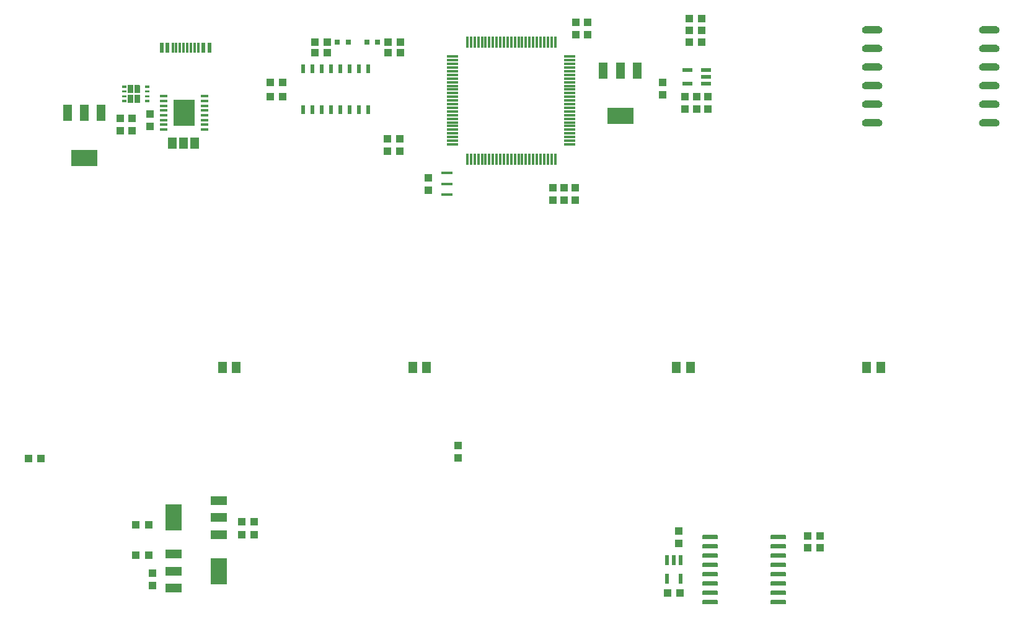
<source format=gtp>
G04 EAGLE Gerber RS-274X export*
G75*
%MOMM*%
%FSLAX34Y34*%
%LPD*%
%INSolderpaste Top*%
%IPPOS*%
%AMOC8*
5,1,8,0,0,1.08239X$1,22.5*%
G01*
%ADD10R,1.000000X1.100000*%
%ADD11R,1.100000X1.000000*%
%ADD12R,0.800000X0.800000*%
%ADD13R,1.600000X0.400000*%
%ADD14R,1.500000X0.300000*%
%ADD15R,0.300000X1.500000*%
%ADD16R,1.320800X0.558800*%
%ADD17R,0.600000X1.200000*%
%ADD18C,0.147500*%
%ADD19R,0.558800X1.320800*%
%ADD20R,1.050000X0.450000*%
%ADD21R,2.940000X3.580000*%
%ADD22R,1.168400X1.600200*%
%ADD23R,1.219200X2.235200*%
%ADD24R,3.600000X2.200000*%
%ADD25R,1.300000X1.600000*%
%ADD26R,0.600000X1.450000*%
%ADD27R,0.300000X1.450000*%
%ADD28R,2.235200X1.219200*%
%ADD29R,2.200000X3.600000*%

G36*
X1467000Y821496D02*
X1467000Y821496D01*
X1467001Y821495D01*
X1468113Y821621D01*
X1468114Y821621D01*
X1469171Y821991D01*
X1469172Y821991D01*
X1470120Y822587D01*
X1470120Y822588D01*
X1470121Y822588D01*
X1470913Y823379D01*
X1470913Y823380D01*
X1471509Y824328D01*
X1471509Y824329D01*
X1471879Y825386D01*
X1471879Y825387D01*
X1471880Y825390D01*
X1471880Y825394D01*
X1471881Y825399D01*
X1471881Y825404D01*
X1471883Y825418D01*
X1471883Y825423D01*
X1471884Y825428D01*
X1471884Y825432D01*
X1471885Y825432D01*
X1471884Y825432D01*
X1471885Y825437D01*
X1471886Y825442D01*
X1471887Y825456D01*
X1471888Y825461D01*
X1471888Y825466D01*
X1471889Y825470D01*
X1471889Y825475D01*
X1471890Y825480D01*
X1471891Y825494D01*
X1471892Y825499D01*
X1471893Y825504D01*
X1471893Y825508D01*
X1471894Y825513D01*
X1471894Y825518D01*
X1471896Y825532D01*
X1471896Y825537D01*
X1471897Y825542D01*
X1471897Y825546D01*
X1471898Y825551D01*
X1471899Y825565D01*
X1471900Y825565D01*
X1471899Y825565D01*
X1471900Y825570D01*
X1471901Y825575D01*
X1471901Y825580D01*
X1471902Y825584D01*
X1471902Y825589D01*
X1471904Y825603D01*
X1471904Y825608D01*
X1471905Y825613D01*
X1471905Y825618D01*
X1471906Y825622D01*
X1471906Y825627D01*
X1471908Y825641D01*
X1471909Y825646D01*
X1471909Y825651D01*
X1471910Y825656D01*
X1471910Y825660D01*
X1471911Y825665D01*
X1471912Y825679D01*
X1471913Y825684D01*
X1471913Y825689D01*
X1471914Y825694D01*
X1471914Y825698D01*
X1471917Y825717D01*
X1471917Y825722D01*
X1471918Y825727D01*
X1471918Y825732D01*
X1471919Y825736D01*
X1471920Y825751D01*
X1471921Y825755D01*
X1471921Y825760D01*
X1471922Y825765D01*
X1471922Y825770D01*
X1471923Y825770D01*
X1471922Y825770D01*
X1471923Y825774D01*
X1471925Y825789D01*
X1471925Y825793D01*
X1471926Y825798D01*
X1471926Y825803D01*
X1471927Y825808D01*
X1471927Y825812D01*
X1471929Y825827D01*
X1471929Y825831D01*
X1471930Y825836D01*
X1471931Y825841D01*
X1471931Y825846D01*
X1471932Y825850D01*
X1471933Y825865D01*
X1471934Y825869D01*
X1471934Y825874D01*
X1471935Y825879D01*
X1471935Y825884D01*
X1471937Y825903D01*
X1471938Y825903D01*
X1471937Y825903D01*
X1471938Y825907D01*
X1471939Y825912D01*
X1471939Y825917D01*
X1471940Y825922D01*
X1471941Y825936D01*
X1471942Y825941D01*
X1471942Y825945D01*
X1471943Y825950D01*
X1471943Y825955D01*
X1471944Y825960D01*
X1471946Y825974D01*
X1471946Y825979D01*
X1471947Y825983D01*
X1471947Y825988D01*
X1471948Y825993D01*
X1471948Y825998D01*
X1471950Y826012D01*
X1471950Y826017D01*
X1471951Y826021D01*
X1471951Y826026D01*
X1471952Y826031D01*
X1471952Y826036D01*
X1471954Y826050D01*
X1471955Y826055D01*
X1471955Y826059D01*
X1471956Y826064D01*
X1471956Y826069D01*
X1471958Y826083D01*
X1471958Y826088D01*
X1471959Y826093D01*
X1471959Y826097D01*
X1471960Y826102D01*
X1471960Y826107D01*
X1471961Y826107D01*
X1471960Y826107D01*
X1471962Y826121D01*
X1471963Y826126D01*
X1471963Y826131D01*
X1471964Y826135D01*
X1471964Y826140D01*
X1471965Y826145D01*
X1471966Y826159D01*
X1471967Y826164D01*
X1471967Y826169D01*
X1471968Y826173D01*
X1471969Y826178D01*
X1471969Y826183D01*
X1471971Y826197D01*
X1471971Y826202D01*
X1471972Y826207D01*
X1471972Y826211D01*
X1471973Y826216D01*
X1471975Y826235D01*
X1471975Y826240D01*
X1471976Y826240D01*
X1471975Y826240D01*
X1471976Y826245D01*
X1471977Y826249D01*
X1471977Y826254D01*
X1471979Y826268D01*
X1471979Y826273D01*
X1471980Y826278D01*
X1471980Y826283D01*
X1471981Y826287D01*
X1471981Y826292D01*
X1471983Y826306D01*
X1471984Y826311D01*
X1471984Y826316D01*
X1471985Y826321D01*
X1471985Y826325D01*
X1471986Y826330D01*
X1471987Y826344D01*
X1471988Y826349D01*
X1471988Y826354D01*
X1471989Y826359D01*
X1471989Y826363D01*
X1471990Y826368D01*
X1471992Y826382D01*
X1471992Y826387D01*
X1471993Y826392D01*
X1471993Y826397D01*
X1471994Y826401D01*
X1471996Y826420D01*
X1471996Y826425D01*
X1471997Y826430D01*
X1471997Y826435D01*
X1471998Y826439D01*
X1472000Y826454D01*
X1472000Y826458D01*
X1472001Y826463D01*
X1472001Y826468D01*
X1472002Y826473D01*
X1472002Y826477D01*
X1472004Y826492D01*
X1472004Y826496D01*
X1472005Y826499D01*
X1472004Y826500D01*
X1472005Y826501D01*
X1471879Y827613D01*
X1471879Y827614D01*
X1471509Y828671D01*
X1471509Y828672D01*
X1470913Y829620D01*
X1470912Y829620D01*
X1470913Y829621D01*
X1470121Y830413D01*
X1470120Y830413D01*
X1469172Y831009D01*
X1469171Y831009D01*
X1468114Y831379D01*
X1468113Y831379D01*
X1467001Y831505D01*
X1467000Y831505D01*
X1449000Y831505D01*
X1448999Y831505D01*
X1447887Y831379D01*
X1447886Y831379D01*
X1446829Y831009D01*
X1446828Y831009D01*
X1445880Y830413D01*
X1445880Y830412D01*
X1445879Y830413D01*
X1445088Y829621D01*
X1445087Y829620D01*
X1444491Y828672D01*
X1444491Y828671D01*
X1444121Y827614D01*
X1444121Y827613D01*
X1444119Y827600D01*
X1444119Y827595D01*
X1444118Y827590D01*
X1444118Y827585D01*
X1444117Y827581D01*
X1444116Y827576D01*
X1444115Y827562D01*
X1444114Y827557D01*
X1444114Y827552D01*
X1444113Y827547D01*
X1444113Y827543D01*
X1444112Y827538D01*
X1444111Y827524D01*
X1444110Y827519D01*
X1444110Y827514D01*
X1444109Y827514D01*
X1444110Y827514D01*
X1444109Y827509D01*
X1444108Y827505D01*
X1444108Y827500D01*
X1444106Y827486D01*
X1444106Y827481D01*
X1444105Y827476D01*
X1444105Y827471D01*
X1444104Y827467D01*
X1444103Y827452D01*
X1444102Y827448D01*
X1444101Y827443D01*
X1444101Y827438D01*
X1444100Y827433D01*
X1444100Y827429D01*
X1444098Y827414D01*
X1444098Y827410D01*
X1444097Y827405D01*
X1444097Y827400D01*
X1444096Y827395D01*
X1444096Y827391D01*
X1444094Y827376D01*
X1444093Y827372D01*
X1444093Y827367D01*
X1444092Y827362D01*
X1444092Y827357D01*
X1444091Y827353D01*
X1444090Y827338D01*
X1444089Y827334D01*
X1444089Y827329D01*
X1444088Y827324D01*
X1444088Y827319D01*
X1444085Y827300D01*
X1444085Y827296D01*
X1444084Y827291D01*
X1444084Y827286D01*
X1444083Y827281D01*
X1444082Y827267D01*
X1444081Y827262D01*
X1444081Y827258D01*
X1444080Y827253D01*
X1444080Y827248D01*
X1444079Y827243D01*
X1444077Y827229D01*
X1444077Y827224D01*
X1444076Y827220D01*
X1444076Y827215D01*
X1444075Y827210D01*
X1444075Y827205D01*
X1444073Y827191D01*
X1444073Y827186D01*
X1444072Y827182D01*
X1444072Y827177D01*
X1444071Y827177D01*
X1444072Y827177D01*
X1444071Y827172D01*
X1444070Y827167D01*
X1444069Y827153D01*
X1444068Y827148D01*
X1444068Y827144D01*
X1444067Y827139D01*
X1444067Y827134D01*
X1444065Y827115D01*
X1444064Y827110D01*
X1444063Y827106D01*
X1444063Y827101D01*
X1444062Y827096D01*
X1444061Y827082D01*
X1444060Y827077D01*
X1444060Y827072D01*
X1444059Y827068D01*
X1444059Y827063D01*
X1444058Y827058D01*
X1444057Y827044D01*
X1444056Y827044D01*
X1444057Y827044D01*
X1444056Y827039D01*
X1444055Y827034D01*
X1444055Y827030D01*
X1444054Y827025D01*
X1444054Y827020D01*
X1444052Y827006D01*
X1444052Y827001D01*
X1444051Y826996D01*
X1444051Y826992D01*
X1444050Y826987D01*
X1444050Y826982D01*
X1444048Y826968D01*
X1444047Y826963D01*
X1444047Y826958D01*
X1444046Y826954D01*
X1444046Y826949D01*
X1444044Y826935D01*
X1444044Y826930D01*
X1444043Y826925D01*
X1444043Y826920D01*
X1444042Y826916D01*
X1444042Y826911D01*
X1444040Y826897D01*
X1444039Y826892D01*
X1444039Y826887D01*
X1444038Y826882D01*
X1444038Y826878D01*
X1444037Y826873D01*
X1444036Y826859D01*
X1444035Y826854D01*
X1444035Y826849D01*
X1444034Y826844D01*
X1444034Y826840D01*
X1444033Y826840D01*
X1444034Y826840D01*
X1444033Y826835D01*
X1444031Y826821D01*
X1444031Y826816D01*
X1444030Y826811D01*
X1444030Y826806D01*
X1444029Y826802D01*
X1444027Y826783D01*
X1444027Y826778D01*
X1444026Y826773D01*
X1444025Y826768D01*
X1444025Y826764D01*
X1444023Y826749D01*
X1444023Y826745D01*
X1444022Y826740D01*
X1444022Y826735D01*
X1444021Y826730D01*
X1444021Y826726D01*
X1444019Y826711D01*
X1444019Y826707D01*
X1444018Y826707D01*
X1444019Y826707D01*
X1444018Y826702D01*
X1444017Y826697D01*
X1444017Y826692D01*
X1444016Y826688D01*
X1444015Y826673D01*
X1444014Y826669D01*
X1444014Y826664D01*
X1444013Y826659D01*
X1444013Y826654D01*
X1444012Y826650D01*
X1444010Y826635D01*
X1444010Y826631D01*
X1444009Y826626D01*
X1444009Y826621D01*
X1444008Y826616D01*
X1444006Y826597D01*
X1444006Y826593D01*
X1444005Y826588D01*
X1444005Y826583D01*
X1444004Y826578D01*
X1444002Y826564D01*
X1444002Y826559D01*
X1444001Y826555D01*
X1444001Y826550D01*
X1444000Y826545D01*
X1444000Y826540D01*
X1443998Y826526D01*
X1443998Y826521D01*
X1443997Y826517D01*
X1443997Y826512D01*
X1443996Y826507D01*
X1443996Y826502D01*
X1443995Y826502D01*
X1443995Y826501D01*
X1443996Y826500D01*
X1443995Y826499D01*
X1444121Y825387D01*
X1444121Y825386D01*
X1444491Y824329D01*
X1444491Y824328D01*
X1445087Y823380D01*
X1445088Y823380D01*
X1445088Y823379D01*
X1445879Y822588D01*
X1445880Y822587D01*
X1446828Y821991D01*
X1446829Y821991D01*
X1447886Y821621D01*
X1447887Y821621D01*
X1448999Y821495D01*
X1449000Y821496D01*
X1449000Y821495D01*
X1467000Y821495D01*
X1467000Y821496D01*
G37*
G36*
X1307000Y821496D02*
X1307000Y821496D01*
X1307001Y821495D01*
X1308113Y821621D01*
X1308114Y821621D01*
X1309171Y821991D01*
X1309172Y821991D01*
X1310120Y822587D01*
X1310120Y822588D01*
X1310121Y822588D01*
X1310913Y823379D01*
X1310913Y823380D01*
X1311509Y824328D01*
X1311509Y824329D01*
X1311879Y825386D01*
X1311879Y825387D01*
X1311880Y825390D01*
X1311880Y825394D01*
X1311881Y825399D01*
X1311881Y825404D01*
X1311883Y825418D01*
X1311883Y825423D01*
X1311884Y825428D01*
X1311884Y825432D01*
X1311885Y825432D01*
X1311884Y825432D01*
X1311885Y825437D01*
X1311886Y825442D01*
X1311887Y825456D01*
X1311888Y825461D01*
X1311888Y825466D01*
X1311889Y825470D01*
X1311889Y825475D01*
X1311890Y825480D01*
X1311891Y825494D01*
X1311892Y825499D01*
X1311893Y825504D01*
X1311893Y825508D01*
X1311894Y825513D01*
X1311894Y825518D01*
X1311896Y825532D01*
X1311896Y825537D01*
X1311897Y825542D01*
X1311897Y825546D01*
X1311898Y825551D01*
X1311899Y825565D01*
X1311900Y825565D01*
X1311899Y825565D01*
X1311900Y825570D01*
X1311901Y825575D01*
X1311901Y825580D01*
X1311902Y825584D01*
X1311902Y825589D01*
X1311904Y825603D01*
X1311904Y825608D01*
X1311905Y825613D01*
X1311905Y825618D01*
X1311906Y825622D01*
X1311906Y825627D01*
X1311908Y825641D01*
X1311909Y825646D01*
X1311909Y825651D01*
X1311910Y825656D01*
X1311910Y825660D01*
X1311911Y825665D01*
X1311912Y825679D01*
X1311913Y825684D01*
X1311913Y825689D01*
X1311914Y825694D01*
X1311914Y825698D01*
X1311917Y825717D01*
X1311917Y825722D01*
X1311918Y825727D01*
X1311918Y825732D01*
X1311919Y825736D01*
X1311920Y825751D01*
X1311921Y825755D01*
X1311921Y825760D01*
X1311922Y825765D01*
X1311922Y825770D01*
X1311923Y825770D01*
X1311922Y825770D01*
X1311923Y825774D01*
X1311925Y825789D01*
X1311925Y825793D01*
X1311926Y825798D01*
X1311926Y825803D01*
X1311927Y825808D01*
X1311927Y825812D01*
X1311929Y825827D01*
X1311929Y825831D01*
X1311930Y825836D01*
X1311931Y825841D01*
X1311931Y825846D01*
X1311932Y825850D01*
X1311933Y825865D01*
X1311934Y825869D01*
X1311934Y825874D01*
X1311935Y825879D01*
X1311935Y825884D01*
X1311937Y825903D01*
X1311938Y825903D01*
X1311937Y825903D01*
X1311938Y825907D01*
X1311939Y825912D01*
X1311939Y825917D01*
X1311940Y825922D01*
X1311941Y825936D01*
X1311942Y825941D01*
X1311942Y825945D01*
X1311943Y825950D01*
X1311943Y825955D01*
X1311944Y825960D01*
X1311946Y825974D01*
X1311946Y825979D01*
X1311947Y825983D01*
X1311947Y825988D01*
X1311948Y825993D01*
X1311948Y825998D01*
X1311950Y826012D01*
X1311950Y826017D01*
X1311951Y826021D01*
X1311951Y826026D01*
X1311952Y826031D01*
X1311952Y826036D01*
X1311954Y826050D01*
X1311955Y826055D01*
X1311955Y826059D01*
X1311956Y826064D01*
X1311956Y826069D01*
X1311958Y826083D01*
X1311958Y826088D01*
X1311959Y826093D01*
X1311959Y826097D01*
X1311960Y826102D01*
X1311960Y826107D01*
X1311961Y826107D01*
X1311960Y826107D01*
X1311962Y826121D01*
X1311963Y826126D01*
X1311963Y826131D01*
X1311964Y826135D01*
X1311964Y826140D01*
X1311965Y826145D01*
X1311966Y826159D01*
X1311967Y826164D01*
X1311967Y826169D01*
X1311968Y826173D01*
X1311969Y826178D01*
X1311969Y826183D01*
X1311971Y826197D01*
X1311971Y826202D01*
X1311972Y826207D01*
X1311972Y826211D01*
X1311973Y826216D01*
X1311975Y826235D01*
X1311975Y826240D01*
X1311976Y826240D01*
X1311975Y826240D01*
X1311976Y826245D01*
X1311977Y826249D01*
X1311977Y826254D01*
X1311979Y826268D01*
X1311979Y826273D01*
X1311980Y826278D01*
X1311980Y826283D01*
X1311981Y826287D01*
X1311981Y826292D01*
X1311983Y826306D01*
X1311984Y826311D01*
X1311984Y826316D01*
X1311985Y826321D01*
X1311985Y826325D01*
X1311986Y826330D01*
X1311987Y826344D01*
X1311988Y826349D01*
X1311988Y826354D01*
X1311989Y826359D01*
X1311989Y826363D01*
X1311990Y826368D01*
X1311992Y826382D01*
X1311992Y826387D01*
X1311993Y826392D01*
X1311993Y826397D01*
X1311994Y826401D01*
X1311996Y826420D01*
X1311996Y826425D01*
X1311997Y826430D01*
X1311997Y826435D01*
X1311998Y826439D01*
X1312000Y826454D01*
X1312000Y826458D01*
X1312001Y826463D01*
X1312001Y826468D01*
X1312002Y826473D01*
X1312002Y826477D01*
X1312004Y826492D01*
X1312004Y826496D01*
X1312005Y826499D01*
X1312004Y826500D01*
X1312005Y826501D01*
X1311879Y827613D01*
X1311879Y827614D01*
X1311509Y828671D01*
X1311509Y828672D01*
X1310913Y829620D01*
X1310912Y829620D01*
X1310913Y829621D01*
X1310121Y830413D01*
X1310120Y830413D01*
X1309172Y831009D01*
X1309171Y831009D01*
X1308114Y831379D01*
X1308113Y831379D01*
X1307001Y831505D01*
X1307000Y831505D01*
X1289000Y831505D01*
X1288999Y831505D01*
X1287887Y831379D01*
X1287886Y831379D01*
X1286829Y831009D01*
X1286828Y831009D01*
X1285880Y830413D01*
X1285880Y830412D01*
X1285879Y830413D01*
X1285088Y829621D01*
X1285087Y829620D01*
X1284491Y828672D01*
X1284491Y828671D01*
X1284121Y827614D01*
X1284121Y827613D01*
X1284119Y827600D01*
X1284119Y827595D01*
X1284118Y827590D01*
X1284118Y827585D01*
X1284117Y827581D01*
X1284116Y827576D01*
X1284115Y827562D01*
X1284114Y827557D01*
X1284114Y827552D01*
X1284113Y827547D01*
X1284113Y827543D01*
X1284112Y827538D01*
X1284111Y827524D01*
X1284110Y827519D01*
X1284110Y827514D01*
X1284109Y827514D01*
X1284110Y827514D01*
X1284109Y827509D01*
X1284108Y827505D01*
X1284108Y827500D01*
X1284106Y827486D01*
X1284106Y827481D01*
X1284105Y827476D01*
X1284105Y827471D01*
X1284104Y827467D01*
X1284103Y827452D01*
X1284102Y827448D01*
X1284101Y827443D01*
X1284101Y827438D01*
X1284100Y827433D01*
X1284100Y827429D01*
X1284098Y827414D01*
X1284098Y827410D01*
X1284097Y827405D01*
X1284097Y827400D01*
X1284096Y827395D01*
X1284096Y827391D01*
X1284094Y827376D01*
X1284093Y827372D01*
X1284093Y827367D01*
X1284092Y827362D01*
X1284092Y827357D01*
X1284091Y827353D01*
X1284090Y827338D01*
X1284089Y827334D01*
X1284089Y827329D01*
X1284088Y827324D01*
X1284088Y827319D01*
X1284085Y827300D01*
X1284085Y827296D01*
X1284084Y827291D01*
X1284084Y827286D01*
X1284083Y827281D01*
X1284082Y827267D01*
X1284081Y827262D01*
X1284081Y827258D01*
X1284080Y827253D01*
X1284080Y827248D01*
X1284079Y827243D01*
X1284077Y827229D01*
X1284077Y827224D01*
X1284076Y827220D01*
X1284076Y827215D01*
X1284075Y827210D01*
X1284075Y827205D01*
X1284073Y827191D01*
X1284073Y827186D01*
X1284072Y827182D01*
X1284072Y827177D01*
X1284071Y827177D01*
X1284072Y827177D01*
X1284071Y827172D01*
X1284070Y827167D01*
X1284069Y827153D01*
X1284068Y827148D01*
X1284068Y827144D01*
X1284067Y827139D01*
X1284067Y827134D01*
X1284065Y827115D01*
X1284064Y827110D01*
X1284063Y827106D01*
X1284063Y827101D01*
X1284062Y827096D01*
X1284061Y827082D01*
X1284060Y827077D01*
X1284060Y827072D01*
X1284059Y827068D01*
X1284059Y827063D01*
X1284058Y827058D01*
X1284057Y827044D01*
X1284056Y827044D01*
X1284057Y827044D01*
X1284056Y827039D01*
X1284055Y827034D01*
X1284055Y827030D01*
X1284054Y827025D01*
X1284054Y827020D01*
X1284052Y827006D01*
X1284052Y827001D01*
X1284051Y826996D01*
X1284051Y826992D01*
X1284050Y826987D01*
X1284050Y826982D01*
X1284048Y826968D01*
X1284047Y826963D01*
X1284047Y826958D01*
X1284046Y826954D01*
X1284046Y826949D01*
X1284044Y826935D01*
X1284044Y826930D01*
X1284043Y826925D01*
X1284043Y826920D01*
X1284042Y826916D01*
X1284042Y826911D01*
X1284040Y826897D01*
X1284039Y826892D01*
X1284039Y826887D01*
X1284038Y826882D01*
X1284038Y826878D01*
X1284037Y826873D01*
X1284036Y826859D01*
X1284035Y826854D01*
X1284035Y826849D01*
X1284034Y826844D01*
X1284034Y826840D01*
X1284033Y826840D01*
X1284034Y826840D01*
X1284033Y826835D01*
X1284031Y826821D01*
X1284031Y826816D01*
X1284030Y826811D01*
X1284030Y826806D01*
X1284029Y826802D01*
X1284027Y826783D01*
X1284027Y826778D01*
X1284026Y826773D01*
X1284025Y826768D01*
X1284025Y826764D01*
X1284023Y826749D01*
X1284023Y826745D01*
X1284022Y826740D01*
X1284022Y826735D01*
X1284021Y826730D01*
X1284021Y826726D01*
X1284019Y826711D01*
X1284019Y826707D01*
X1284018Y826707D01*
X1284019Y826707D01*
X1284018Y826702D01*
X1284017Y826697D01*
X1284017Y826692D01*
X1284016Y826688D01*
X1284015Y826673D01*
X1284014Y826669D01*
X1284014Y826664D01*
X1284013Y826659D01*
X1284013Y826654D01*
X1284012Y826650D01*
X1284010Y826635D01*
X1284010Y826631D01*
X1284009Y826626D01*
X1284009Y826621D01*
X1284008Y826616D01*
X1284006Y826597D01*
X1284006Y826593D01*
X1284005Y826588D01*
X1284005Y826583D01*
X1284004Y826578D01*
X1284002Y826564D01*
X1284002Y826559D01*
X1284001Y826555D01*
X1284001Y826550D01*
X1284000Y826545D01*
X1284000Y826540D01*
X1283998Y826526D01*
X1283998Y826521D01*
X1283997Y826517D01*
X1283997Y826512D01*
X1283996Y826507D01*
X1283996Y826502D01*
X1283995Y826502D01*
X1283995Y826501D01*
X1283996Y826500D01*
X1283995Y826499D01*
X1284121Y825387D01*
X1284121Y825386D01*
X1284491Y824329D01*
X1284491Y824328D01*
X1285087Y823380D01*
X1285088Y823380D01*
X1285088Y823379D01*
X1285879Y822588D01*
X1285880Y822587D01*
X1286828Y821991D01*
X1286829Y821991D01*
X1287886Y821621D01*
X1287887Y821621D01*
X1288999Y821495D01*
X1289000Y821496D01*
X1289000Y821495D01*
X1307000Y821495D01*
X1307000Y821496D01*
G37*
G36*
X1307000Y796096D02*
X1307000Y796096D01*
X1307001Y796095D01*
X1308113Y796221D01*
X1308114Y796221D01*
X1309171Y796591D01*
X1309172Y796591D01*
X1310120Y797187D01*
X1310120Y797188D01*
X1310121Y797188D01*
X1310913Y797979D01*
X1310913Y797980D01*
X1311509Y798928D01*
X1311509Y798929D01*
X1311879Y799986D01*
X1311879Y799987D01*
X1311880Y799990D01*
X1311880Y799994D01*
X1311881Y799999D01*
X1311881Y800004D01*
X1311883Y800018D01*
X1311883Y800023D01*
X1311884Y800028D01*
X1311884Y800032D01*
X1311885Y800032D01*
X1311884Y800032D01*
X1311885Y800037D01*
X1311886Y800042D01*
X1311887Y800056D01*
X1311888Y800061D01*
X1311888Y800066D01*
X1311889Y800070D01*
X1311889Y800075D01*
X1311890Y800080D01*
X1311891Y800094D01*
X1311892Y800099D01*
X1311893Y800104D01*
X1311893Y800108D01*
X1311894Y800113D01*
X1311894Y800118D01*
X1311896Y800132D01*
X1311896Y800137D01*
X1311897Y800142D01*
X1311897Y800146D01*
X1311898Y800151D01*
X1311899Y800165D01*
X1311900Y800165D01*
X1311899Y800165D01*
X1311900Y800170D01*
X1311901Y800175D01*
X1311901Y800180D01*
X1311902Y800184D01*
X1311902Y800189D01*
X1311904Y800203D01*
X1311904Y800208D01*
X1311905Y800213D01*
X1311905Y800218D01*
X1311906Y800222D01*
X1311906Y800227D01*
X1311908Y800241D01*
X1311909Y800246D01*
X1311909Y800251D01*
X1311910Y800256D01*
X1311910Y800260D01*
X1311911Y800265D01*
X1311912Y800279D01*
X1311913Y800284D01*
X1311913Y800289D01*
X1311914Y800294D01*
X1311914Y800298D01*
X1311917Y800317D01*
X1311917Y800322D01*
X1311918Y800327D01*
X1311918Y800332D01*
X1311919Y800336D01*
X1311920Y800351D01*
X1311921Y800355D01*
X1311921Y800360D01*
X1311922Y800365D01*
X1311922Y800370D01*
X1311923Y800370D01*
X1311922Y800370D01*
X1311923Y800374D01*
X1311925Y800389D01*
X1311925Y800393D01*
X1311926Y800398D01*
X1311926Y800403D01*
X1311927Y800408D01*
X1311927Y800412D01*
X1311929Y800427D01*
X1311929Y800431D01*
X1311930Y800436D01*
X1311931Y800441D01*
X1311931Y800446D01*
X1311932Y800450D01*
X1311933Y800465D01*
X1311934Y800469D01*
X1311934Y800474D01*
X1311935Y800479D01*
X1311935Y800484D01*
X1311937Y800503D01*
X1311938Y800503D01*
X1311937Y800503D01*
X1311938Y800507D01*
X1311939Y800512D01*
X1311939Y800517D01*
X1311940Y800522D01*
X1311941Y800536D01*
X1311942Y800541D01*
X1311942Y800545D01*
X1311943Y800550D01*
X1311943Y800555D01*
X1311944Y800560D01*
X1311946Y800574D01*
X1311946Y800579D01*
X1311947Y800583D01*
X1311947Y800588D01*
X1311948Y800593D01*
X1311948Y800598D01*
X1311950Y800612D01*
X1311950Y800617D01*
X1311951Y800621D01*
X1311951Y800626D01*
X1311952Y800631D01*
X1311952Y800636D01*
X1311954Y800650D01*
X1311955Y800655D01*
X1311955Y800659D01*
X1311956Y800664D01*
X1311956Y800669D01*
X1311958Y800683D01*
X1311958Y800688D01*
X1311959Y800693D01*
X1311959Y800697D01*
X1311960Y800702D01*
X1311960Y800707D01*
X1311961Y800707D01*
X1311960Y800707D01*
X1311962Y800721D01*
X1311963Y800726D01*
X1311963Y800731D01*
X1311964Y800735D01*
X1311964Y800740D01*
X1311965Y800745D01*
X1311966Y800759D01*
X1311967Y800764D01*
X1311967Y800769D01*
X1311968Y800773D01*
X1311969Y800778D01*
X1311969Y800783D01*
X1311971Y800797D01*
X1311971Y800802D01*
X1311972Y800807D01*
X1311972Y800811D01*
X1311973Y800816D01*
X1311975Y800835D01*
X1311975Y800840D01*
X1311976Y800840D01*
X1311975Y800840D01*
X1311976Y800845D01*
X1311977Y800849D01*
X1311977Y800854D01*
X1311979Y800868D01*
X1311979Y800873D01*
X1311980Y800878D01*
X1311980Y800883D01*
X1311981Y800887D01*
X1311981Y800892D01*
X1311983Y800906D01*
X1311984Y800911D01*
X1311984Y800916D01*
X1311985Y800921D01*
X1311985Y800925D01*
X1311986Y800930D01*
X1311987Y800944D01*
X1311988Y800949D01*
X1311988Y800954D01*
X1311989Y800959D01*
X1311989Y800963D01*
X1311990Y800968D01*
X1311992Y800982D01*
X1311992Y800987D01*
X1311993Y800992D01*
X1311993Y800997D01*
X1311994Y801001D01*
X1311996Y801020D01*
X1311996Y801025D01*
X1311997Y801030D01*
X1311997Y801035D01*
X1311998Y801039D01*
X1312000Y801054D01*
X1312000Y801058D01*
X1312001Y801063D01*
X1312001Y801068D01*
X1312002Y801073D01*
X1312002Y801077D01*
X1312004Y801092D01*
X1312004Y801096D01*
X1312005Y801099D01*
X1312004Y801100D01*
X1312005Y801101D01*
X1311879Y802213D01*
X1311879Y802214D01*
X1311509Y803271D01*
X1311509Y803272D01*
X1310913Y804220D01*
X1310912Y804220D01*
X1310913Y804221D01*
X1310121Y805013D01*
X1310120Y805013D01*
X1309172Y805609D01*
X1309171Y805609D01*
X1308114Y805979D01*
X1308113Y805979D01*
X1307001Y806105D01*
X1307000Y806105D01*
X1289000Y806105D01*
X1288999Y806105D01*
X1287887Y805979D01*
X1287886Y805979D01*
X1286829Y805609D01*
X1286828Y805609D01*
X1285880Y805013D01*
X1285880Y805012D01*
X1285879Y805013D01*
X1285088Y804221D01*
X1285087Y804220D01*
X1284491Y803272D01*
X1284491Y803271D01*
X1284121Y802214D01*
X1284121Y802213D01*
X1284119Y802200D01*
X1284119Y802195D01*
X1284118Y802190D01*
X1284118Y802185D01*
X1284117Y802181D01*
X1284116Y802176D01*
X1284115Y802162D01*
X1284114Y802157D01*
X1284114Y802152D01*
X1284113Y802147D01*
X1284113Y802143D01*
X1284112Y802138D01*
X1284111Y802124D01*
X1284110Y802119D01*
X1284110Y802114D01*
X1284109Y802114D01*
X1284110Y802114D01*
X1284109Y802109D01*
X1284108Y802105D01*
X1284108Y802100D01*
X1284106Y802086D01*
X1284106Y802081D01*
X1284105Y802076D01*
X1284105Y802071D01*
X1284104Y802067D01*
X1284103Y802052D01*
X1284102Y802048D01*
X1284101Y802043D01*
X1284101Y802038D01*
X1284100Y802033D01*
X1284100Y802029D01*
X1284098Y802014D01*
X1284098Y802010D01*
X1284097Y802005D01*
X1284097Y802000D01*
X1284096Y801995D01*
X1284096Y801991D01*
X1284094Y801976D01*
X1284093Y801972D01*
X1284093Y801967D01*
X1284092Y801962D01*
X1284092Y801957D01*
X1284091Y801953D01*
X1284090Y801938D01*
X1284089Y801934D01*
X1284089Y801929D01*
X1284088Y801924D01*
X1284088Y801919D01*
X1284085Y801900D01*
X1284085Y801896D01*
X1284084Y801891D01*
X1284084Y801886D01*
X1284083Y801881D01*
X1284082Y801867D01*
X1284081Y801862D01*
X1284081Y801858D01*
X1284080Y801853D01*
X1284080Y801848D01*
X1284079Y801843D01*
X1284077Y801829D01*
X1284077Y801824D01*
X1284076Y801820D01*
X1284076Y801815D01*
X1284075Y801810D01*
X1284075Y801805D01*
X1284073Y801791D01*
X1284073Y801786D01*
X1284072Y801782D01*
X1284072Y801777D01*
X1284071Y801777D01*
X1284072Y801777D01*
X1284071Y801772D01*
X1284070Y801767D01*
X1284069Y801753D01*
X1284068Y801748D01*
X1284068Y801744D01*
X1284067Y801739D01*
X1284067Y801734D01*
X1284065Y801715D01*
X1284064Y801710D01*
X1284063Y801706D01*
X1284063Y801701D01*
X1284062Y801696D01*
X1284061Y801682D01*
X1284060Y801677D01*
X1284060Y801672D01*
X1284059Y801668D01*
X1284059Y801663D01*
X1284058Y801658D01*
X1284057Y801644D01*
X1284056Y801644D01*
X1284057Y801644D01*
X1284056Y801639D01*
X1284055Y801634D01*
X1284055Y801630D01*
X1284054Y801625D01*
X1284054Y801620D01*
X1284052Y801606D01*
X1284052Y801601D01*
X1284051Y801596D01*
X1284051Y801592D01*
X1284050Y801587D01*
X1284050Y801582D01*
X1284048Y801568D01*
X1284047Y801563D01*
X1284047Y801558D01*
X1284046Y801554D01*
X1284046Y801549D01*
X1284044Y801535D01*
X1284044Y801530D01*
X1284043Y801525D01*
X1284043Y801520D01*
X1284042Y801516D01*
X1284042Y801511D01*
X1284040Y801497D01*
X1284039Y801492D01*
X1284039Y801487D01*
X1284038Y801482D01*
X1284038Y801478D01*
X1284037Y801473D01*
X1284036Y801459D01*
X1284035Y801454D01*
X1284035Y801449D01*
X1284034Y801444D01*
X1284034Y801440D01*
X1284033Y801440D01*
X1284034Y801440D01*
X1284033Y801435D01*
X1284031Y801421D01*
X1284031Y801416D01*
X1284030Y801411D01*
X1284030Y801406D01*
X1284029Y801402D01*
X1284027Y801383D01*
X1284027Y801378D01*
X1284026Y801373D01*
X1284025Y801368D01*
X1284025Y801364D01*
X1284023Y801349D01*
X1284023Y801345D01*
X1284022Y801340D01*
X1284022Y801335D01*
X1284021Y801330D01*
X1284021Y801326D01*
X1284019Y801311D01*
X1284019Y801307D01*
X1284018Y801307D01*
X1284019Y801307D01*
X1284018Y801302D01*
X1284017Y801297D01*
X1284017Y801292D01*
X1284016Y801288D01*
X1284015Y801273D01*
X1284014Y801269D01*
X1284014Y801264D01*
X1284013Y801259D01*
X1284013Y801254D01*
X1284012Y801250D01*
X1284010Y801235D01*
X1284010Y801231D01*
X1284009Y801226D01*
X1284009Y801221D01*
X1284008Y801216D01*
X1284006Y801197D01*
X1284006Y801193D01*
X1284005Y801188D01*
X1284005Y801183D01*
X1284004Y801178D01*
X1284002Y801164D01*
X1284002Y801159D01*
X1284001Y801155D01*
X1284001Y801150D01*
X1284000Y801145D01*
X1284000Y801140D01*
X1283998Y801126D01*
X1283998Y801121D01*
X1283997Y801117D01*
X1283997Y801112D01*
X1283996Y801107D01*
X1283996Y801102D01*
X1283995Y801102D01*
X1283995Y801101D01*
X1283996Y801100D01*
X1283995Y801099D01*
X1284121Y799987D01*
X1284121Y799986D01*
X1284491Y798929D01*
X1284491Y798928D01*
X1285087Y797980D01*
X1285088Y797980D01*
X1285088Y797979D01*
X1285879Y797188D01*
X1285880Y797187D01*
X1286828Y796591D01*
X1286829Y796591D01*
X1287886Y796221D01*
X1287887Y796221D01*
X1288999Y796095D01*
X1289000Y796096D01*
X1289000Y796095D01*
X1307000Y796095D01*
X1307000Y796096D01*
G37*
G36*
X1467000Y796096D02*
X1467000Y796096D01*
X1467001Y796095D01*
X1468113Y796221D01*
X1468114Y796221D01*
X1469171Y796591D01*
X1469172Y796591D01*
X1470120Y797187D01*
X1470120Y797188D01*
X1470121Y797188D01*
X1470913Y797979D01*
X1470913Y797980D01*
X1471509Y798928D01*
X1471509Y798929D01*
X1471879Y799986D01*
X1471879Y799987D01*
X1471880Y799990D01*
X1471880Y799994D01*
X1471881Y799999D01*
X1471881Y800004D01*
X1471883Y800018D01*
X1471883Y800023D01*
X1471884Y800028D01*
X1471884Y800032D01*
X1471885Y800032D01*
X1471884Y800032D01*
X1471885Y800037D01*
X1471886Y800042D01*
X1471887Y800056D01*
X1471888Y800061D01*
X1471888Y800066D01*
X1471889Y800070D01*
X1471889Y800075D01*
X1471890Y800080D01*
X1471891Y800094D01*
X1471892Y800099D01*
X1471893Y800104D01*
X1471893Y800108D01*
X1471894Y800113D01*
X1471894Y800118D01*
X1471896Y800132D01*
X1471896Y800137D01*
X1471897Y800142D01*
X1471897Y800146D01*
X1471898Y800151D01*
X1471899Y800165D01*
X1471900Y800165D01*
X1471899Y800165D01*
X1471900Y800170D01*
X1471901Y800175D01*
X1471901Y800180D01*
X1471902Y800184D01*
X1471902Y800189D01*
X1471904Y800203D01*
X1471904Y800208D01*
X1471905Y800213D01*
X1471905Y800218D01*
X1471906Y800222D01*
X1471906Y800227D01*
X1471908Y800241D01*
X1471909Y800246D01*
X1471909Y800251D01*
X1471910Y800256D01*
X1471910Y800260D01*
X1471911Y800265D01*
X1471912Y800279D01*
X1471913Y800284D01*
X1471913Y800289D01*
X1471914Y800294D01*
X1471914Y800298D01*
X1471917Y800317D01*
X1471917Y800322D01*
X1471918Y800327D01*
X1471918Y800332D01*
X1471919Y800336D01*
X1471920Y800351D01*
X1471921Y800355D01*
X1471921Y800360D01*
X1471922Y800365D01*
X1471922Y800370D01*
X1471923Y800370D01*
X1471922Y800370D01*
X1471923Y800374D01*
X1471925Y800389D01*
X1471925Y800393D01*
X1471926Y800398D01*
X1471926Y800403D01*
X1471927Y800408D01*
X1471927Y800412D01*
X1471929Y800427D01*
X1471929Y800431D01*
X1471930Y800436D01*
X1471931Y800441D01*
X1471931Y800446D01*
X1471932Y800450D01*
X1471933Y800465D01*
X1471934Y800469D01*
X1471934Y800474D01*
X1471935Y800479D01*
X1471935Y800484D01*
X1471937Y800503D01*
X1471938Y800503D01*
X1471937Y800503D01*
X1471938Y800507D01*
X1471939Y800512D01*
X1471939Y800517D01*
X1471940Y800522D01*
X1471941Y800536D01*
X1471942Y800541D01*
X1471942Y800545D01*
X1471943Y800550D01*
X1471943Y800555D01*
X1471944Y800560D01*
X1471946Y800574D01*
X1471946Y800579D01*
X1471947Y800583D01*
X1471947Y800588D01*
X1471948Y800593D01*
X1471948Y800598D01*
X1471950Y800612D01*
X1471950Y800617D01*
X1471951Y800621D01*
X1471951Y800626D01*
X1471952Y800631D01*
X1471952Y800636D01*
X1471954Y800650D01*
X1471955Y800655D01*
X1471955Y800659D01*
X1471956Y800664D01*
X1471956Y800669D01*
X1471958Y800683D01*
X1471958Y800688D01*
X1471959Y800693D01*
X1471959Y800697D01*
X1471960Y800702D01*
X1471960Y800707D01*
X1471961Y800707D01*
X1471960Y800707D01*
X1471962Y800721D01*
X1471963Y800726D01*
X1471963Y800731D01*
X1471964Y800735D01*
X1471964Y800740D01*
X1471965Y800745D01*
X1471966Y800759D01*
X1471967Y800764D01*
X1471967Y800769D01*
X1471968Y800773D01*
X1471969Y800778D01*
X1471969Y800783D01*
X1471971Y800797D01*
X1471971Y800802D01*
X1471972Y800807D01*
X1471972Y800811D01*
X1471973Y800816D01*
X1471975Y800835D01*
X1471975Y800840D01*
X1471976Y800840D01*
X1471975Y800840D01*
X1471976Y800845D01*
X1471977Y800849D01*
X1471977Y800854D01*
X1471979Y800868D01*
X1471979Y800873D01*
X1471980Y800878D01*
X1471980Y800883D01*
X1471981Y800887D01*
X1471981Y800892D01*
X1471983Y800906D01*
X1471984Y800911D01*
X1471984Y800916D01*
X1471985Y800921D01*
X1471985Y800925D01*
X1471986Y800930D01*
X1471987Y800944D01*
X1471988Y800949D01*
X1471988Y800954D01*
X1471989Y800959D01*
X1471989Y800963D01*
X1471990Y800968D01*
X1471992Y800982D01*
X1471992Y800987D01*
X1471993Y800992D01*
X1471993Y800997D01*
X1471994Y801001D01*
X1471996Y801020D01*
X1471996Y801025D01*
X1471997Y801030D01*
X1471997Y801035D01*
X1471998Y801039D01*
X1472000Y801054D01*
X1472000Y801058D01*
X1472001Y801063D01*
X1472001Y801068D01*
X1472002Y801073D01*
X1472002Y801077D01*
X1472004Y801092D01*
X1472004Y801096D01*
X1472005Y801099D01*
X1472004Y801100D01*
X1472005Y801101D01*
X1471879Y802213D01*
X1471879Y802214D01*
X1471509Y803271D01*
X1471509Y803272D01*
X1470913Y804220D01*
X1470912Y804220D01*
X1470913Y804221D01*
X1470121Y805013D01*
X1470120Y805013D01*
X1469172Y805609D01*
X1469171Y805609D01*
X1468114Y805979D01*
X1468113Y805979D01*
X1467001Y806105D01*
X1467000Y806105D01*
X1449000Y806105D01*
X1448999Y806105D01*
X1447887Y805979D01*
X1447886Y805979D01*
X1446829Y805609D01*
X1446828Y805609D01*
X1445880Y805013D01*
X1445880Y805012D01*
X1445879Y805013D01*
X1445088Y804221D01*
X1445087Y804220D01*
X1444491Y803272D01*
X1444491Y803271D01*
X1444121Y802214D01*
X1444121Y802213D01*
X1444119Y802200D01*
X1444119Y802195D01*
X1444118Y802190D01*
X1444118Y802185D01*
X1444117Y802181D01*
X1444116Y802176D01*
X1444115Y802162D01*
X1444114Y802157D01*
X1444114Y802152D01*
X1444113Y802147D01*
X1444113Y802143D01*
X1444112Y802138D01*
X1444111Y802124D01*
X1444110Y802119D01*
X1444110Y802114D01*
X1444109Y802114D01*
X1444110Y802114D01*
X1444109Y802109D01*
X1444108Y802105D01*
X1444108Y802100D01*
X1444106Y802086D01*
X1444106Y802081D01*
X1444105Y802076D01*
X1444105Y802071D01*
X1444104Y802067D01*
X1444103Y802052D01*
X1444102Y802048D01*
X1444101Y802043D01*
X1444101Y802038D01*
X1444100Y802033D01*
X1444100Y802029D01*
X1444098Y802014D01*
X1444098Y802010D01*
X1444097Y802005D01*
X1444097Y802000D01*
X1444096Y801995D01*
X1444096Y801991D01*
X1444094Y801976D01*
X1444093Y801972D01*
X1444093Y801967D01*
X1444092Y801962D01*
X1444092Y801957D01*
X1444091Y801953D01*
X1444090Y801938D01*
X1444089Y801934D01*
X1444089Y801929D01*
X1444088Y801924D01*
X1444088Y801919D01*
X1444085Y801900D01*
X1444085Y801896D01*
X1444084Y801891D01*
X1444084Y801886D01*
X1444083Y801881D01*
X1444082Y801867D01*
X1444081Y801862D01*
X1444081Y801858D01*
X1444080Y801853D01*
X1444080Y801848D01*
X1444079Y801843D01*
X1444077Y801829D01*
X1444077Y801824D01*
X1444076Y801820D01*
X1444076Y801815D01*
X1444075Y801810D01*
X1444075Y801805D01*
X1444073Y801791D01*
X1444073Y801786D01*
X1444072Y801782D01*
X1444072Y801777D01*
X1444071Y801777D01*
X1444072Y801777D01*
X1444071Y801772D01*
X1444070Y801767D01*
X1444069Y801753D01*
X1444068Y801748D01*
X1444068Y801744D01*
X1444067Y801739D01*
X1444067Y801734D01*
X1444065Y801715D01*
X1444064Y801710D01*
X1444063Y801706D01*
X1444063Y801701D01*
X1444062Y801696D01*
X1444061Y801682D01*
X1444060Y801677D01*
X1444060Y801672D01*
X1444059Y801668D01*
X1444059Y801663D01*
X1444058Y801658D01*
X1444057Y801644D01*
X1444056Y801644D01*
X1444057Y801644D01*
X1444056Y801639D01*
X1444055Y801634D01*
X1444055Y801630D01*
X1444054Y801625D01*
X1444054Y801620D01*
X1444052Y801606D01*
X1444052Y801601D01*
X1444051Y801596D01*
X1444051Y801592D01*
X1444050Y801587D01*
X1444050Y801582D01*
X1444048Y801568D01*
X1444047Y801563D01*
X1444047Y801558D01*
X1444046Y801554D01*
X1444046Y801549D01*
X1444044Y801535D01*
X1444044Y801530D01*
X1444043Y801525D01*
X1444043Y801520D01*
X1444042Y801516D01*
X1444042Y801511D01*
X1444040Y801497D01*
X1444039Y801492D01*
X1444039Y801487D01*
X1444038Y801482D01*
X1444038Y801478D01*
X1444037Y801473D01*
X1444036Y801459D01*
X1444035Y801454D01*
X1444035Y801449D01*
X1444034Y801444D01*
X1444034Y801440D01*
X1444033Y801440D01*
X1444034Y801440D01*
X1444033Y801435D01*
X1444031Y801421D01*
X1444031Y801416D01*
X1444030Y801411D01*
X1444030Y801406D01*
X1444029Y801402D01*
X1444027Y801383D01*
X1444027Y801378D01*
X1444026Y801373D01*
X1444025Y801368D01*
X1444025Y801364D01*
X1444023Y801349D01*
X1444023Y801345D01*
X1444022Y801340D01*
X1444022Y801335D01*
X1444021Y801330D01*
X1444021Y801326D01*
X1444019Y801311D01*
X1444019Y801307D01*
X1444018Y801307D01*
X1444019Y801307D01*
X1444018Y801302D01*
X1444017Y801297D01*
X1444017Y801292D01*
X1444016Y801288D01*
X1444015Y801273D01*
X1444014Y801269D01*
X1444014Y801264D01*
X1444013Y801259D01*
X1444013Y801254D01*
X1444012Y801250D01*
X1444010Y801235D01*
X1444010Y801231D01*
X1444009Y801226D01*
X1444009Y801221D01*
X1444008Y801216D01*
X1444006Y801197D01*
X1444006Y801193D01*
X1444005Y801188D01*
X1444005Y801183D01*
X1444004Y801178D01*
X1444002Y801164D01*
X1444002Y801159D01*
X1444001Y801155D01*
X1444001Y801150D01*
X1444000Y801145D01*
X1444000Y801140D01*
X1443998Y801126D01*
X1443998Y801121D01*
X1443997Y801117D01*
X1443997Y801112D01*
X1443996Y801107D01*
X1443996Y801102D01*
X1443995Y801102D01*
X1443995Y801101D01*
X1443996Y801100D01*
X1443995Y801099D01*
X1444121Y799987D01*
X1444121Y799986D01*
X1444491Y798929D01*
X1444491Y798928D01*
X1445087Y797980D01*
X1445088Y797980D01*
X1445088Y797979D01*
X1445879Y797188D01*
X1445880Y797187D01*
X1446828Y796591D01*
X1446829Y796591D01*
X1447886Y796221D01*
X1447887Y796221D01*
X1448999Y796095D01*
X1449000Y796096D01*
X1449000Y796095D01*
X1467000Y796095D01*
X1467000Y796096D01*
G37*
G36*
X1467000Y770696D02*
X1467000Y770696D01*
X1467001Y770695D01*
X1468113Y770821D01*
X1468114Y770821D01*
X1469171Y771191D01*
X1469172Y771191D01*
X1470120Y771787D01*
X1470120Y771788D01*
X1470121Y771788D01*
X1470913Y772579D01*
X1470913Y772580D01*
X1471509Y773528D01*
X1471509Y773529D01*
X1471879Y774586D01*
X1471879Y774587D01*
X1471880Y774590D01*
X1471880Y774594D01*
X1471881Y774599D01*
X1471881Y774604D01*
X1471883Y774618D01*
X1471883Y774623D01*
X1471884Y774628D01*
X1471884Y774632D01*
X1471885Y774632D01*
X1471884Y774632D01*
X1471885Y774637D01*
X1471886Y774642D01*
X1471887Y774656D01*
X1471888Y774661D01*
X1471888Y774666D01*
X1471889Y774670D01*
X1471889Y774675D01*
X1471890Y774680D01*
X1471891Y774694D01*
X1471892Y774699D01*
X1471893Y774704D01*
X1471893Y774708D01*
X1471894Y774713D01*
X1471894Y774718D01*
X1471896Y774732D01*
X1471896Y774737D01*
X1471897Y774742D01*
X1471897Y774746D01*
X1471898Y774751D01*
X1471899Y774765D01*
X1471900Y774765D01*
X1471899Y774765D01*
X1471900Y774770D01*
X1471901Y774775D01*
X1471901Y774780D01*
X1471902Y774784D01*
X1471902Y774789D01*
X1471904Y774803D01*
X1471904Y774808D01*
X1471905Y774813D01*
X1471905Y774818D01*
X1471906Y774822D01*
X1471906Y774827D01*
X1471908Y774841D01*
X1471909Y774846D01*
X1471909Y774851D01*
X1471910Y774856D01*
X1471910Y774860D01*
X1471911Y774865D01*
X1471912Y774879D01*
X1471913Y774884D01*
X1471913Y774889D01*
X1471914Y774894D01*
X1471914Y774898D01*
X1471917Y774917D01*
X1471917Y774922D01*
X1471918Y774927D01*
X1471918Y774932D01*
X1471919Y774936D01*
X1471920Y774951D01*
X1471921Y774955D01*
X1471921Y774960D01*
X1471922Y774965D01*
X1471922Y774970D01*
X1471923Y774970D01*
X1471922Y774970D01*
X1471923Y774974D01*
X1471925Y774989D01*
X1471925Y774993D01*
X1471926Y774998D01*
X1471926Y775003D01*
X1471927Y775008D01*
X1471927Y775012D01*
X1471929Y775027D01*
X1471929Y775031D01*
X1471930Y775036D01*
X1471931Y775041D01*
X1471931Y775046D01*
X1471932Y775050D01*
X1471933Y775065D01*
X1471934Y775069D01*
X1471934Y775074D01*
X1471935Y775079D01*
X1471935Y775084D01*
X1471937Y775103D01*
X1471938Y775103D01*
X1471937Y775103D01*
X1471938Y775107D01*
X1471939Y775112D01*
X1471939Y775117D01*
X1471940Y775122D01*
X1471941Y775136D01*
X1471942Y775141D01*
X1471942Y775145D01*
X1471943Y775150D01*
X1471943Y775155D01*
X1471944Y775160D01*
X1471946Y775174D01*
X1471946Y775179D01*
X1471947Y775183D01*
X1471947Y775188D01*
X1471948Y775193D01*
X1471948Y775198D01*
X1471950Y775212D01*
X1471950Y775217D01*
X1471951Y775221D01*
X1471951Y775226D01*
X1471952Y775231D01*
X1471952Y775236D01*
X1471954Y775250D01*
X1471955Y775255D01*
X1471955Y775259D01*
X1471956Y775264D01*
X1471956Y775269D01*
X1471958Y775283D01*
X1471958Y775288D01*
X1471959Y775293D01*
X1471959Y775297D01*
X1471960Y775302D01*
X1471960Y775307D01*
X1471961Y775307D01*
X1471960Y775307D01*
X1471962Y775321D01*
X1471963Y775326D01*
X1471963Y775331D01*
X1471964Y775335D01*
X1471964Y775340D01*
X1471965Y775345D01*
X1471966Y775359D01*
X1471967Y775364D01*
X1471967Y775369D01*
X1471968Y775373D01*
X1471969Y775378D01*
X1471969Y775383D01*
X1471971Y775397D01*
X1471971Y775402D01*
X1471972Y775407D01*
X1471972Y775411D01*
X1471973Y775416D01*
X1471975Y775435D01*
X1471975Y775440D01*
X1471976Y775440D01*
X1471975Y775440D01*
X1471976Y775445D01*
X1471977Y775449D01*
X1471977Y775454D01*
X1471979Y775468D01*
X1471979Y775473D01*
X1471980Y775478D01*
X1471980Y775483D01*
X1471981Y775487D01*
X1471981Y775492D01*
X1471983Y775506D01*
X1471984Y775511D01*
X1471984Y775516D01*
X1471985Y775521D01*
X1471985Y775525D01*
X1471986Y775530D01*
X1471987Y775544D01*
X1471988Y775549D01*
X1471988Y775554D01*
X1471989Y775559D01*
X1471989Y775563D01*
X1471990Y775568D01*
X1471992Y775582D01*
X1471992Y775587D01*
X1471993Y775592D01*
X1471993Y775597D01*
X1471994Y775601D01*
X1471996Y775620D01*
X1471996Y775625D01*
X1471997Y775630D01*
X1471997Y775635D01*
X1471998Y775639D01*
X1472000Y775654D01*
X1472000Y775658D01*
X1472001Y775663D01*
X1472001Y775668D01*
X1472002Y775673D01*
X1472002Y775677D01*
X1472004Y775692D01*
X1472004Y775696D01*
X1472005Y775699D01*
X1472004Y775700D01*
X1472005Y775701D01*
X1471879Y776813D01*
X1471879Y776814D01*
X1471509Y777871D01*
X1471509Y777872D01*
X1470913Y778820D01*
X1470912Y778820D01*
X1470913Y778821D01*
X1470121Y779613D01*
X1470120Y779613D01*
X1469172Y780209D01*
X1469171Y780209D01*
X1468114Y780579D01*
X1468113Y780579D01*
X1467001Y780705D01*
X1467000Y780705D01*
X1449000Y780705D01*
X1448999Y780705D01*
X1447887Y780579D01*
X1447886Y780579D01*
X1446829Y780209D01*
X1446828Y780209D01*
X1445880Y779613D01*
X1445880Y779612D01*
X1445879Y779613D01*
X1445088Y778821D01*
X1445087Y778820D01*
X1444491Y777872D01*
X1444491Y777871D01*
X1444121Y776814D01*
X1444121Y776813D01*
X1444119Y776800D01*
X1444119Y776795D01*
X1444118Y776790D01*
X1444118Y776785D01*
X1444117Y776781D01*
X1444116Y776776D01*
X1444115Y776762D01*
X1444114Y776757D01*
X1444114Y776752D01*
X1444113Y776747D01*
X1444113Y776743D01*
X1444112Y776738D01*
X1444111Y776724D01*
X1444110Y776719D01*
X1444110Y776714D01*
X1444109Y776714D01*
X1444110Y776714D01*
X1444109Y776709D01*
X1444108Y776705D01*
X1444108Y776700D01*
X1444106Y776686D01*
X1444106Y776681D01*
X1444105Y776676D01*
X1444105Y776671D01*
X1444104Y776667D01*
X1444103Y776652D01*
X1444102Y776648D01*
X1444101Y776643D01*
X1444101Y776638D01*
X1444100Y776633D01*
X1444100Y776629D01*
X1444098Y776614D01*
X1444098Y776610D01*
X1444097Y776605D01*
X1444097Y776600D01*
X1444096Y776595D01*
X1444096Y776591D01*
X1444094Y776576D01*
X1444093Y776572D01*
X1444093Y776567D01*
X1444092Y776562D01*
X1444092Y776557D01*
X1444091Y776553D01*
X1444090Y776538D01*
X1444089Y776534D01*
X1444089Y776529D01*
X1444088Y776524D01*
X1444088Y776519D01*
X1444085Y776500D01*
X1444085Y776496D01*
X1444084Y776491D01*
X1444084Y776486D01*
X1444083Y776481D01*
X1444082Y776467D01*
X1444081Y776462D01*
X1444081Y776458D01*
X1444080Y776453D01*
X1444080Y776448D01*
X1444079Y776443D01*
X1444077Y776429D01*
X1444077Y776424D01*
X1444076Y776420D01*
X1444076Y776415D01*
X1444075Y776410D01*
X1444075Y776405D01*
X1444073Y776391D01*
X1444073Y776386D01*
X1444072Y776382D01*
X1444072Y776377D01*
X1444071Y776377D01*
X1444072Y776377D01*
X1444071Y776372D01*
X1444070Y776367D01*
X1444069Y776353D01*
X1444068Y776348D01*
X1444068Y776344D01*
X1444067Y776339D01*
X1444067Y776334D01*
X1444065Y776315D01*
X1444064Y776310D01*
X1444063Y776306D01*
X1444063Y776301D01*
X1444062Y776296D01*
X1444061Y776282D01*
X1444060Y776277D01*
X1444060Y776272D01*
X1444059Y776268D01*
X1444059Y776263D01*
X1444058Y776258D01*
X1444057Y776244D01*
X1444056Y776244D01*
X1444057Y776244D01*
X1444056Y776239D01*
X1444055Y776234D01*
X1444055Y776230D01*
X1444054Y776225D01*
X1444054Y776220D01*
X1444052Y776206D01*
X1444052Y776201D01*
X1444051Y776196D01*
X1444051Y776192D01*
X1444050Y776187D01*
X1444050Y776182D01*
X1444048Y776168D01*
X1444047Y776163D01*
X1444047Y776158D01*
X1444046Y776154D01*
X1444046Y776149D01*
X1444044Y776135D01*
X1444044Y776130D01*
X1444043Y776125D01*
X1444043Y776120D01*
X1444042Y776116D01*
X1444042Y776111D01*
X1444040Y776097D01*
X1444039Y776092D01*
X1444039Y776087D01*
X1444038Y776082D01*
X1444038Y776078D01*
X1444037Y776073D01*
X1444036Y776059D01*
X1444035Y776054D01*
X1444035Y776049D01*
X1444034Y776044D01*
X1444034Y776040D01*
X1444033Y776040D01*
X1444034Y776040D01*
X1444033Y776035D01*
X1444031Y776021D01*
X1444031Y776016D01*
X1444030Y776011D01*
X1444030Y776006D01*
X1444029Y776002D01*
X1444027Y775983D01*
X1444027Y775978D01*
X1444026Y775973D01*
X1444025Y775968D01*
X1444025Y775964D01*
X1444023Y775949D01*
X1444023Y775945D01*
X1444022Y775940D01*
X1444022Y775935D01*
X1444021Y775930D01*
X1444021Y775926D01*
X1444019Y775911D01*
X1444019Y775907D01*
X1444018Y775907D01*
X1444019Y775907D01*
X1444018Y775902D01*
X1444017Y775897D01*
X1444017Y775892D01*
X1444016Y775888D01*
X1444015Y775873D01*
X1444014Y775869D01*
X1444014Y775864D01*
X1444013Y775859D01*
X1444013Y775854D01*
X1444012Y775850D01*
X1444010Y775835D01*
X1444010Y775831D01*
X1444009Y775826D01*
X1444009Y775821D01*
X1444008Y775816D01*
X1444006Y775797D01*
X1444006Y775793D01*
X1444005Y775788D01*
X1444005Y775783D01*
X1444004Y775778D01*
X1444002Y775764D01*
X1444002Y775759D01*
X1444001Y775755D01*
X1444001Y775750D01*
X1444000Y775745D01*
X1444000Y775740D01*
X1443998Y775726D01*
X1443998Y775721D01*
X1443997Y775717D01*
X1443997Y775712D01*
X1443996Y775707D01*
X1443996Y775702D01*
X1443995Y775702D01*
X1443995Y775701D01*
X1443996Y775700D01*
X1443995Y775699D01*
X1444121Y774587D01*
X1444121Y774586D01*
X1444491Y773529D01*
X1444491Y773528D01*
X1445087Y772580D01*
X1445088Y772580D01*
X1445088Y772579D01*
X1445879Y771788D01*
X1445880Y771787D01*
X1446828Y771191D01*
X1446829Y771191D01*
X1447886Y770821D01*
X1447887Y770821D01*
X1448999Y770695D01*
X1449000Y770696D01*
X1449000Y770695D01*
X1467000Y770695D01*
X1467000Y770696D01*
G37*
G36*
X1307000Y770696D02*
X1307000Y770696D01*
X1307001Y770695D01*
X1308113Y770821D01*
X1308114Y770821D01*
X1309171Y771191D01*
X1309172Y771191D01*
X1310120Y771787D01*
X1310120Y771788D01*
X1310121Y771788D01*
X1310913Y772579D01*
X1310913Y772580D01*
X1311509Y773528D01*
X1311509Y773529D01*
X1311879Y774586D01*
X1311879Y774587D01*
X1311880Y774590D01*
X1311880Y774594D01*
X1311881Y774599D01*
X1311881Y774604D01*
X1311883Y774618D01*
X1311883Y774623D01*
X1311884Y774628D01*
X1311884Y774632D01*
X1311885Y774632D01*
X1311884Y774632D01*
X1311885Y774637D01*
X1311886Y774642D01*
X1311887Y774656D01*
X1311888Y774661D01*
X1311888Y774666D01*
X1311889Y774670D01*
X1311889Y774675D01*
X1311890Y774680D01*
X1311891Y774694D01*
X1311892Y774699D01*
X1311893Y774704D01*
X1311893Y774708D01*
X1311894Y774713D01*
X1311894Y774718D01*
X1311896Y774732D01*
X1311896Y774737D01*
X1311897Y774742D01*
X1311897Y774746D01*
X1311898Y774751D01*
X1311899Y774765D01*
X1311900Y774765D01*
X1311899Y774765D01*
X1311900Y774770D01*
X1311901Y774775D01*
X1311901Y774780D01*
X1311902Y774784D01*
X1311902Y774789D01*
X1311904Y774803D01*
X1311904Y774808D01*
X1311905Y774813D01*
X1311905Y774818D01*
X1311906Y774822D01*
X1311906Y774827D01*
X1311908Y774841D01*
X1311909Y774846D01*
X1311909Y774851D01*
X1311910Y774856D01*
X1311910Y774860D01*
X1311911Y774865D01*
X1311912Y774879D01*
X1311913Y774884D01*
X1311913Y774889D01*
X1311914Y774894D01*
X1311914Y774898D01*
X1311917Y774917D01*
X1311917Y774922D01*
X1311918Y774927D01*
X1311918Y774932D01*
X1311919Y774936D01*
X1311920Y774951D01*
X1311921Y774955D01*
X1311921Y774960D01*
X1311922Y774965D01*
X1311922Y774970D01*
X1311923Y774970D01*
X1311922Y774970D01*
X1311923Y774974D01*
X1311925Y774989D01*
X1311925Y774993D01*
X1311926Y774998D01*
X1311926Y775003D01*
X1311927Y775008D01*
X1311927Y775012D01*
X1311929Y775027D01*
X1311929Y775031D01*
X1311930Y775036D01*
X1311931Y775041D01*
X1311931Y775046D01*
X1311932Y775050D01*
X1311933Y775065D01*
X1311934Y775069D01*
X1311934Y775074D01*
X1311935Y775079D01*
X1311935Y775084D01*
X1311937Y775103D01*
X1311938Y775103D01*
X1311937Y775103D01*
X1311938Y775107D01*
X1311939Y775112D01*
X1311939Y775117D01*
X1311940Y775122D01*
X1311941Y775136D01*
X1311942Y775141D01*
X1311942Y775145D01*
X1311943Y775150D01*
X1311943Y775155D01*
X1311944Y775160D01*
X1311946Y775174D01*
X1311946Y775179D01*
X1311947Y775183D01*
X1311947Y775188D01*
X1311948Y775193D01*
X1311948Y775198D01*
X1311950Y775212D01*
X1311950Y775217D01*
X1311951Y775221D01*
X1311951Y775226D01*
X1311952Y775231D01*
X1311952Y775236D01*
X1311954Y775250D01*
X1311955Y775255D01*
X1311955Y775259D01*
X1311956Y775264D01*
X1311956Y775269D01*
X1311958Y775283D01*
X1311958Y775288D01*
X1311959Y775293D01*
X1311959Y775297D01*
X1311960Y775302D01*
X1311960Y775307D01*
X1311961Y775307D01*
X1311960Y775307D01*
X1311962Y775321D01*
X1311963Y775326D01*
X1311963Y775331D01*
X1311964Y775335D01*
X1311964Y775340D01*
X1311965Y775345D01*
X1311966Y775359D01*
X1311967Y775364D01*
X1311967Y775369D01*
X1311968Y775373D01*
X1311969Y775378D01*
X1311969Y775383D01*
X1311971Y775397D01*
X1311971Y775402D01*
X1311972Y775407D01*
X1311972Y775411D01*
X1311973Y775416D01*
X1311975Y775435D01*
X1311975Y775440D01*
X1311976Y775440D01*
X1311975Y775440D01*
X1311976Y775445D01*
X1311977Y775449D01*
X1311977Y775454D01*
X1311979Y775468D01*
X1311979Y775473D01*
X1311980Y775478D01*
X1311980Y775483D01*
X1311981Y775487D01*
X1311981Y775492D01*
X1311983Y775506D01*
X1311984Y775511D01*
X1311984Y775516D01*
X1311985Y775521D01*
X1311985Y775525D01*
X1311986Y775530D01*
X1311987Y775544D01*
X1311988Y775549D01*
X1311988Y775554D01*
X1311989Y775559D01*
X1311989Y775563D01*
X1311990Y775568D01*
X1311992Y775582D01*
X1311992Y775587D01*
X1311993Y775592D01*
X1311993Y775597D01*
X1311994Y775601D01*
X1311996Y775620D01*
X1311996Y775625D01*
X1311997Y775630D01*
X1311997Y775635D01*
X1311998Y775639D01*
X1312000Y775654D01*
X1312000Y775658D01*
X1312001Y775663D01*
X1312001Y775668D01*
X1312002Y775673D01*
X1312002Y775677D01*
X1312004Y775692D01*
X1312004Y775696D01*
X1312005Y775699D01*
X1312004Y775700D01*
X1312005Y775701D01*
X1311879Y776813D01*
X1311879Y776814D01*
X1311509Y777871D01*
X1311509Y777872D01*
X1310913Y778820D01*
X1310912Y778820D01*
X1310913Y778821D01*
X1310121Y779613D01*
X1310120Y779613D01*
X1309172Y780209D01*
X1309171Y780209D01*
X1308114Y780579D01*
X1308113Y780579D01*
X1307001Y780705D01*
X1307000Y780705D01*
X1289000Y780705D01*
X1288999Y780705D01*
X1287887Y780579D01*
X1287886Y780579D01*
X1286829Y780209D01*
X1286828Y780209D01*
X1285880Y779613D01*
X1285880Y779612D01*
X1285879Y779613D01*
X1285088Y778821D01*
X1285087Y778820D01*
X1284491Y777872D01*
X1284491Y777871D01*
X1284121Y776814D01*
X1284121Y776813D01*
X1284119Y776800D01*
X1284119Y776795D01*
X1284118Y776790D01*
X1284118Y776785D01*
X1284117Y776781D01*
X1284116Y776776D01*
X1284115Y776762D01*
X1284114Y776757D01*
X1284114Y776752D01*
X1284113Y776747D01*
X1284113Y776743D01*
X1284112Y776738D01*
X1284111Y776724D01*
X1284110Y776719D01*
X1284110Y776714D01*
X1284109Y776714D01*
X1284110Y776714D01*
X1284109Y776709D01*
X1284108Y776705D01*
X1284108Y776700D01*
X1284106Y776686D01*
X1284106Y776681D01*
X1284105Y776676D01*
X1284105Y776671D01*
X1284104Y776667D01*
X1284103Y776652D01*
X1284102Y776648D01*
X1284101Y776643D01*
X1284101Y776638D01*
X1284100Y776633D01*
X1284100Y776629D01*
X1284098Y776614D01*
X1284098Y776610D01*
X1284097Y776605D01*
X1284097Y776600D01*
X1284096Y776595D01*
X1284096Y776591D01*
X1284094Y776576D01*
X1284093Y776572D01*
X1284093Y776567D01*
X1284092Y776562D01*
X1284092Y776557D01*
X1284091Y776553D01*
X1284090Y776538D01*
X1284089Y776534D01*
X1284089Y776529D01*
X1284088Y776524D01*
X1284088Y776519D01*
X1284085Y776500D01*
X1284085Y776496D01*
X1284084Y776491D01*
X1284084Y776486D01*
X1284083Y776481D01*
X1284082Y776467D01*
X1284081Y776462D01*
X1284081Y776458D01*
X1284080Y776453D01*
X1284080Y776448D01*
X1284079Y776443D01*
X1284077Y776429D01*
X1284077Y776424D01*
X1284076Y776420D01*
X1284076Y776415D01*
X1284075Y776410D01*
X1284075Y776405D01*
X1284073Y776391D01*
X1284073Y776386D01*
X1284072Y776382D01*
X1284072Y776377D01*
X1284071Y776377D01*
X1284072Y776377D01*
X1284071Y776372D01*
X1284070Y776367D01*
X1284069Y776353D01*
X1284068Y776348D01*
X1284068Y776344D01*
X1284067Y776339D01*
X1284067Y776334D01*
X1284065Y776315D01*
X1284064Y776310D01*
X1284063Y776306D01*
X1284063Y776301D01*
X1284062Y776296D01*
X1284061Y776282D01*
X1284060Y776277D01*
X1284060Y776272D01*
X1284059Y776268D01*
X1284059Y776263D01*
X1284058Y776258D01*
X1284057Y776244D01*
X1284056Y776244D01*
X1284057Y776244D01*
X1284056Y776239D01*
X1284055Y776234D01*
X1284055Y776230D01*
X1284054Y776225D01*
X1284054Y776220D01*
X1284052Y776206D01*
X1284052Y776201D01*
X1284051Y776196D01*
X1284051Y776192D01*
X1284050Y776187D01*
X1284050Y776182D01*
X1284048Y776168D01*
X1284047Y776163D01*
X1284047Y776158D01*
X1284046Y776154D01*
X1284046Y776149D01*
X1284044Y776135D01*
X1284044Y776130D01*
X1284043Y776125D01*
X1284043Y776120D01*
X1284042Y776116D01*
X1284042Y776111D01*
X1284040Y776097D01*
X1284039Y776092D01*
X1284039Y776087D01*
X1284038Y776082D01*
X1284038Y776078D01*
X1284037Y776073D01*
X1284036Y776059D01*
X1284035Y776054D01*
X1284035Y776049D01*
X1284034Y776044D01*
X1284034Y776040D01*
X1284033Y776040D01*
X1284034Y776040D01*
X1284033Y776035D01*
X1284031Y776021D01*
X1284031Y776016D01*
X1284030Y776011D01*
X1284030Y776006D01*
X1284029Y776002D01*
X1284027Y775983D01*
X1284027Y775978D01*
X1284026Y775973D01*
X1284025Y775968D01*
X1284025Y775964D01*
X1284023Y775949D01*
X1284023Y775945D01*
X1284022Y775940D01*
X1284022Y775935D01*
X1284021Y775930D01*
X1284021Y775926D01*
X1284019Y775911D01*
X1284019Y775907D01*
X1284018Y775907D01*
X1284019Y775907D01*
X1284018Y775902D01*
X1284017Y775897D01*
X1284017Y775892D01*
X1284016Y775888D01*
X1284015Y775873D01*
X1284014Y775869D01*
X1284014Y775864D01*
X1284013Y775859D01*
X1284013Y775854D01*
X1284012Y775850D01*
X1284010Y775835D01*
X1284010Y775831D01*
X1284009Y775826D01*
X1284009Y775821D01*
X1284008Y775816D01*
X1284006Y775797D01*
X1284006Y775793D01*
X1284005Y775788D01*
X1284005Y775783D01*
X1284004Y775778D01*
X1284002Y775764D01*
X1284002Y775759D01*
X1284001Y775755D01*
X1284001Y775750D01*
X1284000Y775745D01*
X1284000Y775740D01*
X1283998Y775726D01*
X1283998Y775721D01*
X1283997Y775717D01*
X1283997Y775712D01*
X1283996Y775707D01*
X1283996Y775702D01*
X1283995Y775702D01*
X1283995Y775701D01*
X1283996Y775700D01*
X1283995Y775699D01*
X1284121Y774587D01*
X1284121Y774586D01*
X1284491Y773529D01*
X1284491Y773528D01*
X1285087Y772580D01*
X1285088Y772580D01*
X1285088Y772579D01*
X1285879Y771788D01*
X1285880Y771787D01*
X1286828Y771191D01*
X1286829Y771191D01*
X1287886Y770821D01*
X1287887Y770821D01*
X1288999Y770695D01*
X1289000Y770696D01*
X1289000Y770695D01*
X1307000Y770695D01*
X1307000Y770696D01*
G37*
G36*
X1307000Y745296D02*
X1307000Y745296D01*
X1307001Y745295D01*
X1308113Y745421D01*
X1308114Y745421D01*
X1309171Y745791D01*
X1309172Y745791D01*
X1310120Y746387D01*
X1310120Y746388D01*
X1310121Y746388D01*
X1310913Y747179D01*
X1310913Y747180D01*
X1311509Y748128D01*
X1311509Y748129D01*
X1311879Y749186D01*
X1311879Y749187D01*
X1311880Y749190D01*
X1311880Y749194D01*
X1311881Y749199D01*
X1311881Y749204D01*
X1311883Y749218D01*
X1311883Y749223D01*
X1311884Y749228D01*
X1311884Y749232D01*
X1311885Y749232D01*
X1311884Y749232D01*
X1311885Y749237D01*
X1311886Y749242D01*
X1311887Y749256D01*
X1311888Y749261D01*
X1311888Y749266D01*
X1311889Y749270D01*
X1311889Y749275D01*
X1311890Y749280D01*
X1311891Y749294D01*
X1311892Y749299D01*
X1311893Y749304D01*
X1311893Y749308D01*
X1311894Y749313D01*
X1311894Y749318D01*
X1311896Y749332D01*
X1311896Y749337D01*
X1311897Y749342D01*
X1311897Y749346D01*
X1311898Y749351D01*
X1311899Y749365D01*
X1311900Y749365D01*
X1311899Y749365D01*
X1311900Y749370D01*
X1311901Y749375D01*
X1311901Y749380D01*
X1311902Y749384D01*
X1311902Y749389D01*
X1311904Y749403D01*
X1311904Y749408D01*
X1311905Y749413D01*
X1311905Y749418D01*
X1311906Y749422D01*
X1311906Y749427D01*
X1311908Y749441D01*
X1311909Y749446D01*
X1311909Y749451D01*
X1311910Y749456D01*
X1311910Y749460D01*
X1311911Y749465D01*
X1311912Y749479D01*
X1311913Y749484D01*
X1311913Y749489D01*
X1311914Y749494D01*
X1311914Y749498D01*
X1311917Y749517D01*
X1311917Y749522D01*
X1311918Y749527D01*
X1311918Y749532D01*
X1311919Y749536D01*
X1311920Y749551D01*
X1311921Y749555D01*
X1311921Y749560D01*
X1311922Y749565D01*
X1311922Y749570D01*
X1311923Y749570D01*
X1311922Y749570D01*
X1311923Y749574D01*
X1311925Y749589D01*
X1311925Y749593D01*
X1311926Y749598D01*
X1311926Y749603D01*
X1311927Y749608D01*
X1311927Y749612D01*
X1311929Y749627D01*
X1311929Y749631D01*
X1311930Y749636D01*
X1311931Y749641D01*
X1311931Y749646D01*
X1311932Y749650D01*
X1311933Y749665D01*
X1311934Y749669D01*
X1311934Y749674D01*
X1311935Y749679D01*
X1311935Y749684D01*
X1311937Y749703D01*
X1311938Y749703D01*
X1311937Y749703D01*
X1311938Y749707D01*
X1311939Y749712D01*
X1311939Y749717D01*
X1311940Y749722D01*
X1311941Y749736D01*
X1311942Y749741D01*
X1311942Y749745D01*
X1311943Y749750D01*
X1311943Y749755D01*
X1311944Y749760D01*
X1311946Y749774D01*
X1311946Y749779D01*
X1311947Y749783D01*
X1311947Y749788D01*
X1311948Y749793D01*
X1311948Y749798D01*
X1311950Y749812D01*
X1311950Y749817D01*
X1311951Y749821D01*
X1311951Y749826D01*
X1311952Y749831D01*
X1311952Y749836D01*
X1311954Y749850D01*
X1311955Y749855D01*
X1311955Y749859D01*
X1311956Y749864D01*
X1311956Y749869D01*
X1311958Y749883D01*
X1311958Y749888D01*
X1311959Y749893D01*
X1311959Y749897D01*
X1311960Y749902D01*
X1311960Y749907D01*
X1311961Y749907D01*
X1311960Y749907D01*
X1311962Y749921D01*
X1311963Y749926D01*
X1311963Y749931D01*
X1311964Y749935D01*
X1311964Y749940D01*
X1311965Y749945D01*
X1311966Y749959D01*
X1311967Y749964D01*
X1311967Y749969D01*
X1311968Y749973D01*
X1311969Y749978D01*
X1311969Y749983D01*
X1311971Y749997D01*
X1311971Y750002D01*
X1311972Y750007D01*
X1311972Y750011D01*
X1311973Y750016D01*
X1311975Y750035D01*
X1311975Y750040D01*
X1311976Y750040D01*
X1311975Y750040D01*
X1311976Y750045D01*
X1311977Y750049D01*
X1311977Y750054D01*
X1311979Y750068D01*
X1311979Y750073D01*
X1311980Y750078D01*
X1311980Y750083D01*
X1311981Y750087D01*
X1311981Y750092D01*
X1311983Y750106D01*
X1311984Y750111D01*
X1311984Y750116D01*
X1311985Y750121D01*
X1311985Y750125D01*
X1311986Y750130D01*
X1311987Y750144D01*
X1311988Y750149D01*
X1311988Y750154D01*
X1311989Y750159D01*
X1311989Y750163D01*
X1311990Y750168D01*
X1311992Y750182D01*
X1311992Y750187D01*
X1311993Y750192D01*
X1311993Y750197D01*
X1311994Y750201D01*
X1311996Y750220D01*
X1311996Y750225D01*
X1311997Y750230D01*
X1311997Y750235D01*
X1311998Y750239D01*
X1312000Y750254D01*
X1312000Y750258D01*
X1312001Y750263D01*
X1312001Y750268D01*
X1312002Y750273D01*
X1312002Y750277D01*
X1312004Y750292D01*
X1312004Y750296D01*
X1312005Y750299D01*
X1312004Y750300D01*
X1312005Y750301D01*
X1311879Y751413D01*
X1311879Y751414D01*
X1311509Y752471D01*
X1311509Y752472D01*
X1310913Y753420D01*
X1310912Y753420D01*
X1310913Y753421D01*
X1310121Y754213D01*
X1310120Y754213D01*
X1309172Y754809D01*
X1309171Y754809D01*
X1308114Y755179D01*
X1308113Y755179D01*
X1307001Y755305D01*
X1307000Y755305D01*
X1289000Y755305D01*
X1288999Y755305D01*
X1287887Y755179D01*
X1287886Y755179D01*
X1286829Y754809D01*
X1286828Y754809D01*
X1285880Y754213D01*
X1285880Y754212D01*
X1285879Y754213D01*
X1285088Y753421D01*
X1285087Y753420D01*
X1284491Y752472D01*
X1284491Y752471D01*
X1284121Y751414D01*
X1284121Y751413D01*
X1284119Y751400D01*
X1284119Y751395D01*
X1284118Y751390D01*
X1284118Y751385D01*
X1284117Y751381D01*
X1284116Y751376D01*
X1284115Y751362D01*
X1284114Y751357D01*
X1284114Y751352D01*
X1284113Y751347D01*
X1284113Y751343D01*
X1284112Y751338D01*
X1284111Y751324D01*
X1284110Y751319D01*
X1284110Y751314D01*
X1284109Y751314D01*
X1284110Y751314D01*
X1284109Y751309D01*
X1284108Y751305D01*
X1284108Y751300D01*
X1284106Y751286D01*
X1284106Y751281D01*
X1284105Y751276D01*
X1284105Y751271D01*
X1284104Y751267D01*
X1284103Y751252D01*
X1284102Y751248D01*
X1284101Y751243D01*
X1284101Y751238D01*
X1284100Y751233D01*
X1284100Y751229D01*
X1284098Y751214D01*
X1284098Y751210D01*
X1284097Y751205D01*
X1284097Y751200D01*
X1284096Y751195D01*
X1284096Y751191D01*
X1284094Y751176D01*
X1284093Y751172D01*
X1284093Y751167D01*
X1284092Y751162D01*
X1284092Y751157D01*
X1284091Y751153D01*
X1284090Y751138D01*
X1284089Y751134D01*
X1284089Y751129D01*
X1284088Y751124D01*
X1284088Y751119D01*
X1284085Y751100D01*
X1284085Y751096D01*
X1284084Y751091D01*
X1284084Y751086D01*
X1284083Y751081D01*
X1284082Y751067D01*
X1284081Y751062D01*
X1284081Y751058D01*
X1284080Y751053D01*
X1284080Y751048D01*
X1284079Y751043D01*
X1284077Y751029D01*
X1284077Y751024D01*
X1284076Y751020D01*
X1284076Y751015D01*
X1284075Y751010D01*
X1284075Y751005D01*
X1284073Y750991D01*
X1284073Y750986D01*
X1284072Y750982D01*
X1284072Y750977D01*
X1284071Y750977D01*
X1284072Y750977D01*
X1284071Y750972D01*
X1284070Y750967D01*
X1284069Y750953D01*
X1284068Y750948D01*
X1284068Y750944D01*
X1284067Y750939D01*
X1284067Y750934D01*
X1284065Y750915D01*
X1284064Y750910D01*
X1284063Y750906D01*
X1284063Y750901D01*
X1284062Y750896D01*
X1284061Y750882D01*
X1284060Y750877D01*
X1284060Y750872D01*
X1284059Y750868D01*
X1284059Y750863D01*
X1284058Y750858D01*
X1284057Y750844D01*
X1284056Y750844D01*
X1284057Y750844D01*
X1284056Y750839D01*
X1284055Y750834D01*
X1284055Y750830D01*
X1284054Y750825D01*
X1284054Y750820D01*
X1284052Y750806D01*
X1284052Y750801D01*
X1284051Y750796D01*
X1284051Y750792D01*
X1284050Y750787D01*
X1284050Y750782D01*
X1284048Y750768D01*
X1284047Y750763D01*
X1284047Y750758D01*
X1284046Y750754D01*
X1284046Y750749D01*
X1284044Y750735D01*
X1284044Y750730D01*
X1284043Y750725D01*
X1284043Y750720D01*
X1284042Y750716D01*
X1284042Y750711D01*
X1284040Y750697D01*
X1284039Y750692D01*
X1284039Y750687D01*
X1284038Y750682D01*
X1284038Y750678D01*
X1284037Y750673D01*
X1284036Y750659D01*
X1284035Y750654D01*
X1284035Y750649D01*
X1284034Y750644D01*
X1284034Y750640D01*
X1284033Y750640D01*
X1284034Y750640D01*
X1284033Y750635D01*
X1284031Y750621D01*
X1284031Y750616D01*
X1284030Y750611D01*
X1284030Y750606D01*
X1284029Y750602D01*
X1284027Y750583D01*
X1284027Y750578D01*
X1284026Y750573D01*
X1284025Y750568D01*
X1284025Y750564D01*
X1284023Y750549D01*
X1284023Y750545D01*
X1284022Y750540D01*
X1284022Y750535D01*
X1284021Y750530D01*
X1284021Y750526D01*
X1284019Y750511D01*
X1284019Y750507D01*
X1284018Y750507D01*
X1284019Y750507D01*
X1284018Y750502D01*
X1284017Y750497D01*
X1284017Y750492D01*
X1284016Y750488D01*
X1284015Y750473D01*
X1284014Y750469D01*
X1284014Y750464D01*
X1284013Y750459D01*
X1284013Y750454D01*
X1284012Y750450D01*
X1284010Y750435D01*
X1284010Y750431D01*
X1284009Y750426D01*
X1284009Y750421D01*
X1284008Y750416D01*
X1284006Y750397D01*
X1284006Y750393D01*
X1284005Y750388D01*
X1284005Y750383D01*
X1284004Y750378D01*
X1284002Y750364D01*
X1284002Y750359D01*
X1284001Y750355D01*
X1284001Y750350D01*
X1284000Y750345D01*
X1284000Y750340D01*
X1283998Y750326D01*
X1283998Y750321D01*
X1283997Y750317D01*
X1283997Y750312D01*
X1283996Y750307D01*
X1283996Y750302D01*
X1283995Y750302D01*
X1283995Y750301D01*
X1283996Y750300D01*
X1283995Y750299D01*
X1284121Y749187D01*
X1284121Y749186D01*
X1284491Y748129D01*
X1284491Y748128D01*
X1285087Y747180D01*
X1285088Y747180D01*
X1285088Y747179D01*
X1285879Y746388D01*
X1285880Y746387D01*
X1286828Y745791D01*
X1286829Y745791D01*
X1287886Y745421D01*
X1287887Y745421D01*
X1288999Y745295D01*
X1289000Y745296D01*
X1289000Y745295D01*
X1307000Y745295D01*
X1307000Y745296D01*
G37*
G36*
X1467000Y745296D02*
X1467000Y745296D01*
X1467001Y745295D01*
X1468113Y745421D01*
X1468114Y745421D01*
X1469171Y745791D01*
X1469172Y745791D01*
X1470120Y746387D01*
X1470120Y746388D01*
X1470121Y746388D01*
X1470913Y747179D01*
X1470913Y747180D01*
X1471509Y748128D01*
X1471509Y748129D01*
X1471879Y749186D01*
X1471879Y749187D01*
X1471880Y749190D01*
X1471880Y749194D01*
X1471881Y749199D01*
X1471881Y749204D01*
X1471883Y749218D01*
X1471883Y749223D01*
X1471884Y749228D01*
X1471884Y749232D01*
X1471885Y749232D01*
X1471884Y749232D01*
X1471885Y749237D01*
X1471886Y749242D01*
X1471887Y749256D01*
X1471888Y749261D01*
X1471888Y749266D01*
X1471889Y749270D01*
X1471889Y749275D01*
X1471890Y749280D01*
X1471891Y749294D01*
X1471892Y749299D01*
X1471893Y749304D01*
X1471893Y749308D01*
X1471894Y749313D01*
X1471894Y749318D01*
X1471896Y749332D01*
X1471896Y749337D01*
X1471897Y749342D01*
X1471897Y749346D01*
X1471898Y749351D01*
X1471899Y749365D01*
X1471900Y749365D01*
X1471899Y749365D01*
X1471900Y749370D01*
X1471901Y749375D01*
X1471901Y749380D01*
X1471902Y749384D01*
X1471902Y749389D01*
X1471904Y749403D01*
X1471904Y749408D01*
X1471905Y749413D01*
X1471905Y749418D01*
X1471906Y749422D01*
X1471906Y749427D01*
X1471908Y749441D01*
X1471909Y749446D01*
X1471909Y749451D01*
X1471910Y749456D01*
X1471910Y749460D01*
X1471911Y749465D01*
X1471912Y749479D01*
X1471913Y749484D01*
X1471913Y749489D01*
X1471914Y749494D01*
X1471914Y749498D01*
X1471917Y749517D01*
X1471917Y749522D01*
X1471918Y749527D01*
X1471918Y749532D01*
X1471919Y749536D01*
X1471920Y749551D01*
X1471921Y749555D01*
X1471921Y749560D01*
X1471922Y749565D01*
X1471922Y749570D01*
X1471923Y749570D01*
X1471922Y749570D01*
X1471923Y749574D01*
X1471925Y749589D01*
X1471925Y749593D01*
X1471926Y749598D01*
X1471926Y749603D01*
X1471927Y749608D01*
X1471927Y749612D01*
X1471929Y749627D01*
X1471929Y749631D01*
X1471930Y749636D01*
X1471931Y749641D01*
X1471931Y749646D01*
X1471932Y749650D01*
X1471933Y749665D01*
X1471934Y749669D01*
X1471934Y749674D01*
X1471935Y749679D01*
X1471935Y749684D01*
X1471937Y749703D01*
X1471938Y749703D01*
X1471937Y749703D01*
X1471938Y749707D01*
X1471939Y749712D01*
X1471939Y749717D01*
X1471940Y749722D01*
X1471941Y749736D01*
X1471942Y749741D01*
X1471942Y749745D01*
X1471943Y749750D01*
X1471943Y749755D01*
X1471944Y749760D01*
X1471946Y749774D01*
X1471946Y749779D01*
X1471947Y749783D01*
X1471947Y749788D01*
X1471948Y749793D01*
X1471948Y749798D01*
X1471950Y749812D01*
X1471950Y749817D01*
X1471951Y749821D01*
X1471951Y749826D01*
X1471952Y749831D01*
X1471952Y749836D01*
X1471954Y749850D01*
X1471955Y749855D01*
X1471955Y749859D01*
X1471956Y749864D01*
X1471956Y749869D01*
X1471958Y749883D01*
X1471958Y749888D01*
X1471959Y749893D01*
X1471959Y749897D01*
X1471960Y749902D01*
X1471960Y749907D01*
X1471961Y749907D01*
X1471960Y749907D01*
X1471962Y749921D01*
X1471963Y749926D01*
X1471963Y749931D01*
X1471964Y749935D01*
X1471964Y749940D01*
X1471965Y749945D01*
X1471966Y749959D01*
X1471967Y749964D01*
X1471967Y749969D01*
X1471968Y749973D01*
X1471969Y749978D01*
X1471969Y749983D01*
X1471971Y749997D01*
X1471971Y750002D01*
X1471972Y750007D01*
X1471972Y750011D01*
X1471973Y750016D01*
X1471975Y750035D01*
X1471975Y750040D01*
X1471976Y750040D01*
X1471975Y750040D01*
X1471976Y750045D01*
X1471977Y750049D01*
X1471977Y750054D01*
X1471979Y750068D01*
X1471979Y750073D01*
X1471980Y750078D01*
X1471980Y750083D01*
X1471981Y750087D01*
X1471981Y750092D01*
X1471983Y750106D01*
X1471984Y750111D01*
X1471984Y750116D01*
X1471985Y750121D01*
X1471985Y750125D01*
X1471986Y750130D01*
X1471987Y750144D01*
X1471988Y750149D01*
X1471988Y750154D01*
X1471989Y750159D01*
X1471989Y750163D01*
X1471990Y750168D01*
X1471992Y750182D01*
X1471992Y750187D01*
X1471993Y750192D01*
X1471993Y750197D01*
X1471994Y750201D01*
X1471996Y750220D01*
X1471996Y750225D01*
X1471997Y750230D01*
X1471997Y750235D01*
X1471998Y750239D01*
X1472000Y750254D01*
X1472000Y750258D01*
X1472001Y750263D01*
X1472001Y750268D01*
X1472002Y750273D01*
X1472002Y750277D01*
X1472004Y750292D01*
X1472004Y750296D01*
X1472005Y750299D01*
X1472004Y750300D01*
X1472005Y750301D01*
X1471879Y751413D01*
X1471879Y751414D01*
X1471509Y752471D01*
X1471509Y752472D01*
X1470913Y753420D01*
X1470912Y753420D01*
X1470913Y753421D01*
X1470121Y754213D01*
X1470120Y754213D01*
X1469172Y754809D01*
X1469171Y754809D01*
X1468114Y755179D01*
X1468113Y755179D01*
X1467001Y755305D01*
X1467000Y755305D01*
X1449000Y755305D01*
X1448999Y755305D01*
X1447887Y755179D01*
X1447886Y755179D01*
X1446829Y754809D01*
X1446828Y754809D01*
X1445880Y754213D01*
X1445880Y754212D01*
X1445879Y754213D01*
X1445088Y753421D01*
X1445087Y753420D01*
X1444491Y752472D01*
X1444491Y752471D01*
X1444121Y751414D01*
X1444121Y751413D01*
X1444119Y751400D01*
X1444119Y751395D01*
X1444118Y751390D01*
X1444118Y751385D01*
X1444117Y751381D01*
X1444116Y751376D01*
X1444115Y751362D01*
X1444114Y751357D01*
X1444114Y751352D01*
X1444113Y751347D01*
X1444113Y751343D01*
X1444112Y751338D01*
X1444111Y751324D01*
X1444110Y751319D01*
X1444110Y751314D01*
X1444109Y751314D01*
X1444110Y751314D01*
X1444109Y751309D01*
X1444108Y751305D01*
X1444108Y751300D01*
X1444106Y751286D01*
X1444106Y751281D01*
X1444105Y751276D01*
X1444105Y751271D01*
X1444104Y751267D01*
X1444103Y751252D01*
X1444102Y751248D01*
X1444101Y751243D01*
X1444101Y751238D01*
X1444100Y751233D01*
X1444100Y751229D01*
X1444098Y751214D01*
X1444098Y751210D01*
X1444097Y751205D01*
X1444097Y751200D01*
X1444096Y751195D01*
X1444096Y751191D01*
X1444094Y751176D01*
X1444093Y751172D01*
X1444093Y751167D01*
X1444092Y751162D01*
X1444092Y751157D01*
X1444091Y751153D01*
X1444090Y751138D01*
X1444089Y751134D01*
X1444089Y751129D01*
X1444088Y751124D01*
X1444088Y751119D01*
X1444085Y751100D01*
X1444085Y751096D01*
X1444084Y751091D01*
X1444084Y751086D01*
X1444083Y751081D01*
X1444082Y751067D01*
X1444081Y751062D01*
X1444081Y751058D01*
X1444080Y751053D01*
X1444080Y751048D01*
X1444079Y751043D01*
X1444077Y751029D01*
X1444077Y751024D01*
X1444076Y751020D01*
X1444076Y751015D01*
X1444075Y751010D01*
X1444075Y751005D01*
X1444073Y750991D01*
X1444073Y750986D01*
X1444072Y750982D01*
X1444072Y750977D01*
X1444071Y750977D01*
X1444072Y750977D01*
X1444071Y750972D01*
X1444070Y750967D01*
X1444069Y750953D01*
X1444068Y750948D01*
X1444068Y750944D01*
X1444067Y750939D01*
X1444067Y750934D01*
X1444065Y750915D01*
X1444064Y750910D01*
X1444063Y750906D01*
X1444063Y750901D01*
X1444062Y750896D01*
X1444061Y750882D01*
X1444060Y750877D01*
X1444060Y750872D01*
X1444059Y750868D01*
X1444059Y750863D01*
X1444058Y750858D01*
X1444057Y750844D01*
X1444056Y750844D01*
X1444057Y750844D01*
X1444056Y750839D01*
X1444055Y750834D01*
X1444055Y750830D01*
X1444054Y750825D01*
X1444054Y750820D01*
X1444052Y750806D01*
X1444052Y750801D01*
X1444051Y750796D01*
X1444051Y750792D01*
X1444050Y750787D01*
X1444050Y750782D01*
X1444048Y750768D01*
X1444047Y750763D01*
X1444047Y750758D01*
X1444046Y750754D01*
X1444046Y750749D01*
X1444044Y750735D01*
X1444044Y750730D01*
X1444043Y750725D01*
X1444043Y750720D01*
X1444042Y750716D01*
X1444042Y750711D01*
X1444040Y750697D01*
X1444039Y750692D01*
X1444039Y750687D01*
X1444038Y750682D01*
X1444038Y750678D01*
X1444037Y750673D01*
X1444036Y750659D01*
X1444035Y750654D01*
X1444035Y750649D01*
X1444034Y750644D01*
X1444034Y750640D01*
X1444033Y750640D01*
X1444034Y750640D01*
X1444033Y750635D01*
X1444031Y750621D01*
X1444031Y750616D01*
X1444030Y750611D01*
X1444030Y750606D01*
X1444029Y750602D01*
X1444027Y750583D01*
X1444027Y750578D01*
X1444026Y750573D01*
X1444025Y750568D01*
X1444025Y750564D01*
X1444023Y750549D01*
X1444023Y750545D01*
X1444022Y750540D01*
X1444022Y750535D01*
X1444021Y750530D01*
X1444021Y750526D01*
X1444019Y750511D01*
X1444019Y750507D01*
X1444018Y750507D01*
X1444019Y750507D01*
X1444018Y750502D01*
X1444017Y750497D01*
X1444017Y750492D01*
X1444016Y750488D01*
X1444015Y750473D01*
X1444014Y750469D01*
X1444014Y750464D01*
X1444013Y750459D01*
X1444013Y750454D01*
X1444012Y750450D01*
X1444010Y750435D01*
X1444010Y750431D01*
X1444009Y750426D01*
X1444009Y750421D01*
X1444008Y750416D01*
X1444006Y750397D01*
X1444006Y750393D01*
X1444005Y750388D01*
X1444005Y750383D01*
X1444004Y750378D01*
X1444002Y750364D01*
X1444002Y750359D01*
X1444001Y750355D01*
X1444001Y750350D01*
X1444000Y750345D01*
X1444000Y750340D01*
X1443998Y750326D01*
X1443998Y750321D01*
X1443997Y750317D01*
X1443997Y750312D01*
X1443996Y750307D01*
X1443996Y750302D01*
X1443995Y750302D01*
X1443995Y750301D01*
X1443996Y750300D01*
X1443995Y750299D01*
X1444121Y749187D01*
X1444121Y749186D01*
X1444491Y748129D01*
X1444491Y748128D01*
X1445087Y747180D01*
X1445088Y747180D01*
X1445088Y747179D01*
X1445879Y746388D01*
X1445880Y746387D01*
X1446828Y745791D01*
X1446829Y745791D01*
X1447886Y745421D01*
X1447887Y745421D01*
X1448999Y745295D01*
X1449000Y745296D01*
X1449000Y745295D01*
X1467000Y745295D01*
X1467000Y745296D01*
G37*
G36*
X1307000Y719896D02*
X1307000Y719896D01*
X1307001Y719895D01*
X1308113Y720021D01*
X1308114Y720021D01*
X1309171Y720391D01*
X1309172Y720391D01*
X1310120Y720987D01*
X1310120Y720988D01*
X1310121Y720988D01*
X1310913Y721779D01*
X1310913Y721780D01*
X1311509Y722728D01*
X1311509Y722729D01*
X1311879Y723786D01*
X1311879Y723787D01*
X1311880Y723790D01*
X1311880Y723794D01*
X1311881Y723799D01*
X1311881Y723804D01*
X1311883Y723818D01*
X1311883Y723823D01*
X1311884Y723828D01*
X1311884Y723832D01*
X1311885Y723832D01*
X1311884Y723832D01*
X1311885Y723837D01*
X1311886Y723842D01*
X1311887Y723856D01*
X1311888Y723861D01*
X1311888Y723866D01*
X1311889Y723870D01*
X1311889Y723875D01*
X1311890Y723880D01*
X1311891Y723894D01*
X1311892Y723899D01*
X1311893Y723904D01*
X1311893Y723908D01*
X1311894Y723913D01*
X1311894Y723918D01*
X1311896Y723932D01*
X1311896Y723937D01*
X1311897Y723942D01*
X1311897Y723946D01*
X1311898Y723951D01*
X1311899Y723965D01*
X1311900Y723965D01*
X1311899Y723965D01*
X1311900Y723970D01*
X1311901Y723975D01*
X1311901Y723980D01*
X1311902Y723984D01*
X1311902Y723989D01*
X1311904Y724003D01*
X1311904Y724008D01*
X1311905Y724013D01*
X1311905Y724018D01*
X1311906Y724022D01*
X1311906Y724027D01*
X1311908Y724041D01*
X1311909Y724046D01*
X1311909Y724051D01*
X1311910Y724056D01*
X1311910Y724060D01*
X1311911Y724065D01*
X1311912Y724079D01*
X1311913Y724084D01*
X1311913Y724089D01*
X1311914Y724094D01*
X1311914Y724098D01*
X1311917Y724117D01*
X1311917Y724122D01*
X1311918Y724127D01*
X1311918Y724132D01*
X1311919Y724136D01*
X1311920Y724151D01*
X1311921Y724155D01*
X1311921Y724160D01*
X1311922Y724165D01*
X1311922Y724170D01*
X1311923Y724170D01*
X1311922Y724170D01*
X1311923Y724174D01*
X1311925Y724189D01*
X1311925Y724193D01*
X1311926Y724198D01*
X1311926Y724203D01*
X1311927Y724208D01*
X1311927Y724212D01*
X1311929Y724227D01*
X1311929Y724231D01*
X1311930Y724236D01*
X1311931Y724241D01*
X1311931Y724246D01*
X1311932Y724250D01*
X1311933Y724265D01*
X1311934Y724269D01*
X1311934Y724274D01*
X1311935Y724279D01*
X1311935Y724284D01*
X1311937Y724303D01*
X1311938Y724303D01*
X1311937Y724303D01*
X1311938Y724307D01*
X1311939Y724312D01*
X1311939Y724317D01*
X1311940Y724322D01*
X1311941Y724336D01*
X1311942Y724341D01*
X1311942Y724345D01*
X1311943Y724350D01*
X1311943Y724355D01*
X1311944Y724360D01*
X1311946Y724374D01*
X1311946Y724379D01*
X1311947Y724383D01*
X1311947Y724388D01*
X1311948Y724393D01*
X1311948Y724398D01*
X1311950Y724412D01*
X1311950Y724417D01*
X1311951Y724421D01*
X1311951Y724426D01*
X1311952Y724431D01*
X1311952Y724436D01*
X1311954Y724450D01*
X1311955Y724455D01*
X1311955Y724459D01*
X1311956Y724464D01*
X1311956Y724469D01*
X1311958Y724483D01*
X1311958Y724488D01*
X1311959Y724493D01*
X1311959Y724497D01*
X1311960Y724502D01*
X1311960Y724507D01*
X1311961Y724507D01*
X1311960Y724507D01*
X1311962Y724521D01*
X1311963Y724526D01*
X1311963Y724531D01*
X1311964Y724535D01*
X1311964Y724540D01*
X1311965Y724545D01*
X1311966Y724559D01*
X1311967Y724564D01*
X1311967Y724569D01*
X1311968Y724573D01*
X1311969Y724578D01*
X1311969Y724583D01*
X1311971Y724597D01*
X1311971Y724602D01*
X1311972Y724607D01*
X1311972Y724611D01*
X1311973Y724616D01*
X1311975Y724635D01*
X1311975Y724640D01*
X1311976Y724640D01*
X1311975Y724640D01*
X1311976Y724645D01*
X1311977Y724649D01*
X1311977Y724654D01*
X1311979Y724668D01*
X1311979Y724673D01*
X1311980Y724678D01*
X1311980Y724683D01*
X1311981Y724687D01*
X1311981Y724692D01*
X1311983Y724706D01*
X1311984Y724711D01*
X1311984Y724716D01*
X1311985Y724721D01*
X1311985Y724725D01*
X1311986Y724730D01*
X1311987Y724744D01*
X1311988Y724749D01*
X1311988Y724754D01*
X1311989Y724759D01*
X1311989Y724763D01*
X1311990Y724768D01*
X1311992Y724782D01*
X1311992Y724787D01*
X1311993Y724792D01*
X1311993Y724797D01*
X1311994Y724801D01*
X1311996Y724820D01*
X1311996Y724825D01*
X1311997Y724830D01*
X1311997Y724835D01*
X1311998Y724839D01*
X1312000Y724854D01*
X1312000Y724858D01*
X1312001Y724863D01*
X1312001Y724868D01*
X1312002Y724873D01*
X1312002Y724877D01*
X1312004Y724892D01*
X1312004Y724896D01*
X1312005Y724899D01*
X1312004Y724900D01*
X1312005Y724901D01*
X1311879Y726013D01*
X1311879Y726014D01*
X1311509Y727071D01*
X1311509Y727072D01*
X1310913Y728020D01*
X1310912Y728020D01*
X1310913Y728021D01*
X1310121Y728813D01*
X1310120Y728813D01*
X1309172Y729409D01*
X1309171Y729409D01*
X1308114Y729779D01*
X1308113Y729779D01*
X1307001Y729905D01*
X1307000Y729905D01*
X1289000Y729905D01*
X1288999Y729905D01*
X1287887Y729779D01*
X1287886Y729779D01*
X1286829Y729409D01*
X1286828Y729409D01*
X1285880Y728813D01*
X1285880Y728812D01*
X1285879Y728813D01*
X1285088Y728021D01*
X1285087Y728020D01*
X1284491Y727072D01*
X1284491Y727071D01*
X1284121Y726014D01*
X1284121Y726013D01*
X1284119Y726000D01*
X1284119Y725995D01*
X1284118Y725990D01*
X1284118Y725985D01*
X1284117Y725981D01*
X1284116Y725976D01*
X1284115Y725962D01*
X1284114Y725957D01*
X1284114Y725952D01*
X1284113Y725947D01*
X1284113Y725943D01*
X1284112Y725938D01*
X1284111Y725924D01*
X1284110Y725919D01*
X1284110Y725914D01*
X1284109Y725914D01*
X1284110Y725914D01*
X1284109Y725909D01*
X1284108Y725905D01*
X1284108Y725900D01*
X1284106Y725886D01*
X1284106Y725881D01*
X1284105Y725876D01*
X1284105Y725871D01*
X1284104Y725867D01*
X1284103Y725852D01*
X1284102Y725848D01*
X1284101Y725843D01*
X1284101Y725838D01*
X1284100Y725833D01*
X1284100Y725829D01*
X1284098Y725814D01*
X1284098Y725810D01*
X1284097Y725805D01*
X1284097Y725800D01*
X1284096Y725795D01*
X1284096Y725791D01*
X1284094Y725776D01*
X1284093Y725772D01*
X1284093Y725767D01*
X1284092Y725762D01*
X1284092Y725757D01*
X1284091Y725753D01*
X1284090Y725738D01*
X1284089Y725734D01*
X1284089Y725729D01*
X1284088Y725724D01*
X1284088Y725719D01*
X1284085Y725700D01*
X1284085Y725696D01*
X1284084Y725691D01*
X1284084Y725686D01*
X1284083Y725681D01*
X1284082Y725667D01*
X1284081Y725662D01*
X1284081Y725658D01*
X1284080Y725653D01*
X1284080Y725648D01*
X1284079Y725643D01*
X1284077Y725629D01*
X1284077Y725624D01*
X1284076Y725620D01*
X1284076Y725615D01*
X1284075Y725610D01*
X1284075Y725605D01*
X1284073Y725591D01*
X1284073Y725586D01*
X1284072Y725582D01*
X1284072Y725577D01*
X1284071Y725577D01*
X1284072Y725577D01*
X1284071Y725572D01*
X1284070Y725567D01*
X1284069Y725553D01*
X1284068Y725548D01*
X1284068Y725544D01*
X1284067Y725539D01*
X1284067Y725534D01*
X1284065Y725515D01*
X1284064Y725510D01*
X1284063Y725506D01*
X1284063Y725501D01*
X1284062Y725496D01*
X1284061Y725482D01*
X1284060Y725477D01*
X1284060Y725472D01*
X1284059Y725468D01*
X1284059Y725463D01*
X1284058Y725458D01*
X1284057Y725444D01*
X1284056Y725444D01*
X1284057Y725444D01*
X1284056Y725439D01*
X1284055Y725434D01*
X1284055Y725430D01*
X1284054Y725425D01*
X1284054Y725420D01*
X1284052Y725406D01*
X1284052Y725401D01*
X1284051Y725396D01*
X1284051Y725392D01*
X1284050Y725387D01*
X1284050Y725382D01*
X1284048Y725368D01*
X1284047Y725363D01*
X1284047Y725358D01*
X1284046Y725354D01*
X1284046Y725349D01*
X1284044Y725335D01*
X1284044Y725330D01*
X1284043Y725325D01*
X1284043Y725320D01*
X1284042Y725316D01*
X1284042Y725311D01*
X1284040Y725297D01*
X1284039Y725292D01*
X1284039Y725287D01*
X1284038Y725282D01*
X1284038Y725278D01*
X1284037Y725273D01*
X1284036Y725259D01*
X1284035Y725254D01*
X1284035Y725249D01*
X1284034Y725244D01*
X1284034Y725240D01*
X1284033Y725240D01*
X1284034Y725240D01*
X1284033Y725235D01*
X1284031Y725221D01*
X1284031Y725216D01*
X1284030Y725211D01*
X1284030Y725206D01*
X1284029Y725202D01*
X1284027Y725183D01*
X1284027Y725178D01*
X1284026Y725173D01*
X1284025Y725168D01*
X1284025Y725164D01*
X1284023Y725149D01*
X1284023Y725145D01*
X1284022Y725140D01*
X1284022Y725135D01*
X1284021Y725130D01*
X1284021Y725126D01*
X1284019Y725111D01*
X1284019Y725107D01*
X1284018Y725107D01*
X1284019Y725107D01*
X1284018Y725102D01*
X1284017Y725097D01*
X1284017Y725092D01*
X1284016Y725088D01*
X1284015Y725073D01*
X1284014Y725069D01*
X1284014Y725064D01*
X1284013Y725059D01*
X1284013Y725054D01*
X1284012Y725050D01*
X1284010Y725035D01*
X1284010Y725031D01*
X1284009Y725026D01*
X1284009Y725021D01*
X1284008Y725016D01*
X1284006Y724997D01*
X1284006Y724993D01*
X1284005Y724988D01*
X1284005Y724983D01*
X1284004Y724978D01*
X1284002Y724964D01*
X1284002Y724959D01*
X1284001Y724955D01*
X1284001Y724950D01*
X1284000Y724945D01*
X1284000Y724940D01*
X1283998Y724926D01*
X1283998Y724921D01*
X1283997Y724917D01*
X1283997Y724912D01*
X1283996Y724907D01*
X1283996Y724902D01*
X1283995Y724902D01*
X1283995Y724901D01*
X1283996Y724900D01*
X1283995Y724899D01*
X1284121Y723787D01*
X1284121Y723786D01*
X1284491Y722729D01*
X1284491Y722728D01*
X1285087Y721780D01*
X1285088Y721780D01*
X1285088Y721779D01*
X1285879Y720988D01*
X1285880Y720987D01*
X1286828Y720391D01*
X1286829Y720391D01*
X1287886Y720021D01*
X1287887Y720021D01*
X1288999Y719895D01*
X1289000Y719896D01*
X1289000Y719895D01*
X1307000Y719895D01*
X1307000Y719896D01*
G37*
G36*
X1467000Y719896D02*
X1467000Y719896D01*
X1467001Y719895D01*
X1468113Y720021D01*
X1468114Y720021D01*
X1469171Y720391D01*
X1469172Y720391D01*
X1470120Y720987D01*
X1470120Y720988D01*
X1470121Y720988D01*
X1470913Y721779D01*
X1470913Y721780D01*
X1471509Y722728D01*
X1471509Y722729D01*
X1471879Y723786D01*
X1471879Y723787D01*
X1471880Y723790D01*
X1471880Y723794D01*
X1471881Y723799D01*
X1471881Y723804D01*
X1471883Y723818D01*
X1471883Y723823D01*
X1471884Y723828D01*
X1471884Y723832D01*
X1471885Y723832D01*
X1471884Y723832D01*
X1471885Y723837D01*
X1471886Y723842D01*
X1471887Y723856D01*
X1471888Y723861D01*
X1471888Y723866D01*
X1471889Y723870D01*
X1471889Y723875D01*
X1471890Y723880D01*
X1471891Y723894D01*
X1471892Y723899D01*
X1471893Y723904D01*
X1471893Y723908D01*
X1471894Y723913D01*
X1471894Y723918D01*
X1471896Y723932D01*
X1471896Y723937D01*
X1471897Y723942D01*
X1471897Y723946D01*
X1471898Y723951D01*
X1471899Y723965D01*
X1471900Y723965D01*
X1471899Y723965D01*
X1471900Y723970D01*
X1471901Y723975D01*
X1471901Y723980D01*
X1471902Y723984D01*
X1471902Y723989D01*
X1471904Y724003D01*
X1471904Y724008D01*
X1471905Y724013D01*
X1471905Y724018D01*
X1471906Y724022D01*
X1471906Y724027D01*
X1471908Y724041D01*
X1471909Y724046D01*
X1471909Y724051D01*
X1471910Y724056D01*
X1471910Y724060D01*
X1471911Y724065D01*
X1471912Y724079D01*
X1471913Y724084D01*
X1471913Y724089D01*
X1471914Y724094D01*
X1471914Y724098D01*
X1471917Y724117D01*
X1471917Y724122D01*
X1471918Y724127D01*
X1471918Y724132D01*
X1471919Y724136D01*
X1471920Y724151D01*
X1471921Y724155D01*
X1471921Y724160D01*
X1471922Y724165D01*
X1471922Y724170D01*
X1471923Y724170D01*
X1471922Y724170D01*
X1471923Y724174D01*
X1471925Y724189D01*
X1471925Y724193D01*
X1471926Y724198D01*
X1471926Y724203D01*
X1471927Y724208D01*
X1471927Y724212D01*
X1471929Y724227D01*
X1471929Y724231D01*
X1471930Y724236D01*
X1471931Y724241D01*
X1471931Y724246D01*
X1471932Y724250D01*
X1471933Y724265D01*
X1471934Y724269D01*
X1471934Y724274D01*
X1471935Y724279D01*
X1471935Y724284D01*
X1471937Y724303D01*
X1471938Y724303D01*
X1471937Y724303D01*
X1471938Y724307D01*
X1471939Y724312D01*
X1471939Y724317D01*
X1471940Y724322D01*
X1471941Y724336D01*
X1471942Y724341D01*
X1471942Y724345D01*
X1471943Y724350D01*
X1471943Y724355D01*
X1471944Y724360D01*
X1471946Y724374D01*
X1471946Y724379D01*
X1471947Y724383D01*
X1471947Y724388D01*
X1471948Y724393D01*
X1471948Y724398D01*
X1471950Y724412D01*
X1471950Y724417D01*
X1471951Y724421D01*
X1471951Y724426D01*
X1471952Y724431D01*
X1471952Y724436D01*
X1471954Y724450D01*
X1471955Y724455D01*
X1471955Y724459D01*
X1471956Y724464D01*
X1471956Y724469D01*
X1471958Y724483D01*
X1471958Y724488D01*
X1471959Y724493D01*
X1471959Y724497D01*
X1471960Y724502D01*
X1471960Y724507D01*
X1471961Y724507D01*
X1471960Y724507D01*
X1471962Y724521D01*
X1471963Y724526D01*
X1471963Y724531D01*
X1471964Y724535D01*
X1471964Y724540D01*
X1471965Y724545D01*
X1471966Y724559D01*
X1471967Y724564D01*
X1471967Y724569D01*
X1471968Y724573D01*
X1471969Y724578D01*
X1471969Y724583D01*
X1471971Y724597D01*
X1471971Y724602D01*
X1471972Y724607D01*
X1471972Y724611D01*
X1471973Y724616D01*
X1471975Y724635D01*
X1471975Y724640D01*
X1471976Y724640D01*
X1471975Y724640D01*
X1471976Y724645D01*
X1471977Y724649D01*
X1471977Y724654D01*
X1471979Y724668D01*
X1471979Y724673D01*
X1471980Y724678D01*
X1471980Y724683D01*
X1471981Y724687D01*
X1471981Y724692D01*
X1471983Y724706D01*
X1471984Y724711D01*
X1471984Y724716D01*
X1471985Y724721D01*
X1471985Y724725D01*
X1471986Y724730D01*
X1471987Y724744D01*
X1471988Y724749D01*
X1471988Y724754D01*
X1471989Y724759D01*
X1471989Y724763D01*
X1471990Y724768D01*
X1471992Y724782D01*
X1471992Y724787D01*
X1471993Y724792D01*
X1471993Y724797D01*
X1471994Y724801D01*
X1471996Y724820D01*
X1471996Y724825D01*
X1471997Y724830D01*
X1471997Y724835D01*
X1471998Y724839D01*
X1472000Y724854D01*
X1472000Y724858D01*
X1472001Y724863D01*
X1472001Y724868D01*
X1472002Y724873D01*
X1472002Y724877D01*
X1472004Y724892D01*
X1472004Y724896D01*
X1472005Y724899D01*
X1472004Y724900D01*
X1472005Y724901D01*
X1471879Y726013D01*
X1471879Y726014D01*
X1471509Y727071D01*
X1471509Y727072D01*
X1470913Y728020D01*
X1470912Y728020D01*
X1470913Y728021D01*
X1470121Y728813D01*
X1470120Y728813D01*
X1469172Y729409D01*
X1469171Y729409D01*
X1468114Y729779D01*
X1468113Y729779D01*
X1467001Y729905D01*
X1467000Y729905D01*
X1449000Y729905D01*
X1448999Y729905D01*
X1447887Y729779D01*
X1447886Y729779D01*
X1446829Y729409D01*
X1446828Y729409D01*
X1445880Y728813D01*
X1445880Y728812D01*
X1445879Y728813D01*
X1445088Y728021D01*
X1445087Y728020D01*
X1444491Y727072D01*
X1444491Y727071D01*
X1444121Y726014D01*
X1444121Y726013D01*
X1444119Y726000D01*
X1444119Y725995D01*
X1444118Y725990D01*
X1444118Y725985D01*
X1444117Y725981D01*
X1444116Y725976D01*
X1444115Y725962D01*
X1444114Y725957D01*
X1444114Y725952D01*
X1444113Y725947D01*
X1444113Y725943D01*
X1444112Y725938D01*
X1444111Y725924D01*
X1444110Y725919D01*
X1444110Y725914D01*
X1444109Y725914D01*
X1444110Y725914D01*
X1444109Y725909D01*
X1444108Y725905D01*
X1444108Y725900D01*
X1444106Y725886D01*
X1444106Y725881D01*
X1444105Y725876D01*
X1444105Y725871D01*
X1444104Y725867D01*
X1444103Y725852D01*
X1444102Y725848D01*
X1444101Y725843D01*
X1444101Y725838D01*
X1444100Y725833D01*
X1444100Y725829D01*
X1444098Y725814D01*
X1444098Y725810D01*
X1444097Y725805D01*
X1444097Y725800D01*
X1444096Y725795D01*
X1444096Y725791D01*
X1444094Y725776D01*
X1444093Y725772D01*
X1444093Y725767D01*
X1444092Y725762D01*
X1444092Y725757D01*
X1444091Y725753D01*
X1444090Y725738D01*
X1444089Y725734D01*
X1444089Y725729D01*
X1444088Y725724D01*
X1444088Y725719D01*
X1444085Y725700D01*
X1444085Y725696D01*
X1444084Y725691D01*
X1444084Y725686D01*
X1444083Y725681D01*
X1444082Y725667D01*
X1444081Y725662D01*
X1444081Y725658D01*
X1444080Y725653D01*
X1444080Y725648D01*
X1444079Y725643D01*
X1444077Y725629D01*
X1444077Y725624D01*
X1444076Y725620D01*
X1444076Y725615D01*
X1444075Y725610D01*
X1444075Y725605D01*
X1444073Y725591D01*
X1444073Y725586D01*
X1444072Y725582D01*
X1444072Y725577D01*
X1444071Y725577D01*
X1444072Y725577D01*
X1444071Y725572D01*
X1444070Y725567D01*
X1444069Y725553D01*
X1444068Y725548D01*
X1444068Y725544D01*
X1444067Y725539D01*
X1444067Y725534D01*
X1444065Y725515D01*
X1444064Y725510D01*
X1444063Y725506D01*
X1444063Y725501D01*
X1444062Y725496D01*
X1444061Y725482D01*
X1444060Y725477D01*
X1444060Y725472D01*
X1444059Y725468D01*
X1444059Y725463D01*
X1444058Y725458D01*
X1444057Y725444D01*
X1444056Y725444D01*
X1444057Y725444D01*
X1444056Y725439D01*
X1444055Y725434D01*
X1444055Y725430D01*
X1444054Y725425D01*
X1444054Y725420D01*
X1444052Y725406D01*
X1444052Y725401D01*
X1444051Y725396D01*
X1444051Y725392D01*
X1444050Y725387D01*
X1444050Y725382D01*
X1444048Y725368D01*
X1444047Y725363D01*
X1444047Y725358D01*
X1444046Y725354D01*
X1444046Y725349D01*
X1444044Y725335D01*
X1444044Y725330D01*
X1444043Y725325D01*
X1444043Y725320D01*
X1444042Y725316D01*
X1444042Y725311D01*
X1444040Y725297D01*
X1444039Y725292D01*
X1444039Y725287D01*
X1444038Y725282D01*
X1444038Y725278D01*
X1444037Y725273D01*
X1444036Y725259D01*
X1444035Y725254D01*
X1444035Y725249D01*
X1444034Y725244D01*
X1444034Y725240D01*
X1444033Y725240D01*
X1444034Y725240D01*
X1444033Y725235D01*
X1444031Y725221D01*
X1444031Y725216D01*
X1444030Y725211D01*
X1444030Y725206D01*
X1444029Y725202D01*
X1444027Y725183D01*
X1444027Y725178D01*
X1444026Y725173D01*
X1444025Y725168D01*
X1444025Y725164D01*
X1444023Y725149D01*
X1444023Y725145D01*
X1444022Y725140D01*
X1444022Y725135D01*
X1444021Y725130D01*
X1444021Y725126D01*
X1444019Y725111D01*
X1444019Y725107D01*
X1444018Y725107D01*
X1444019Y725107D01*
X1444018Y725102D01*
X1444017Y725097D01*
X1444017Y725092D01*
X1444016Y725088D01*
X1444015Y725073D01*
X1444014Y725069D01*
X1444014Y725064D01*
X1444013Y725059D01*
X1444013Y725054D01*
X1444012Y725050D01*
X1444010Y725035D01*
X1444010Y725031D01*
X1444009Y725026D01*
X1444009Y725021D01*
X1444008Y725016D01*
X1444006Y724997D01*
X1444006Y724993D01*
X1444005Y724988D01*
X1444005Y724983D01*
X1444004Y724978D01*
X1444002Y724964D01*
X1444002Y724959D01*
X1444001Y724955D01*
X1444001Y724950D01*
X1444000Y724945D01*
X1444000Y724940D01*
X1443998Y724926D01*
X1443998Y724921D01*
X1443997Y724917D01*
X1443997Y724912D01*
X1443996Y724907D01*
X1443996Y724902D01*
X1443995Y724902D01*
X1443995Y724901D01*
X1443996Y724900D01*
X1443995Y724899D01*
X1444121Y723787D01*
X1444121Y723786D01*
X1444491Y722729D01*
X1444491Y722728D01*
X1445087Y721780D01*
X1445088Y721780D01*
X1445088Y721779D01*
X1445879Y720988D01*
X1445880Y720987D01*
X1446828Y720391D01*
X1446829Y720391D01*
X1447886Y720021D01*
X1447887Y720021D01*
X1448999Y719895D01*
X1449000Y719896D01*
X1449000Y719895D01*
X1467000Y719895D01*
X1467000Y719896D01*
G37*
G36*
X1307000Y694496D02*
X1307000Y694496D01*
X1307001Y694495D01*
X1308113Y694621D01*
X1308114Y694621D01*
X1309171Y694991D01*
X1309172Y694991D01*
X1310120Y695587D01*
X1310120Y695588D01*
X1310121Y695588D01*
X1310913Y696379D01*
X1310913Y696380D01*
X1311509Y697328D01*
X1311509Y697329D01*
X1311879Y698386D01*
X1311879Y698387D01*
X1311880Y698390D01*
X1311880Y698394D01*
X1311881Y698399D01*
X1311881Y698404D01*
X1311883Y698418D01*
X1311883Y698423D01*
X1311884Y698428D01*
X1311884Y698432D01*
X1311885Y698432D01*
X1311884Y698432D01*
X1311885Y698437D01*
X1311886Y698442D01*
X1311887Y698456D01*
X1311888Y698461D01*
X1311888Y698466D01*
X1311889Y698470D01*
X1311889Y698475D01*
X1311890Y698480D01*
X1311891Y698494D01*
X1311892Y698499D01*
X1311893Y698504D01*
X1311893Y698508D01*
X1311894Y698513D01*
X1311894Y698518D01*
X1311896Y698532D01*
X1311896Y698537D01*
X1311897Y698542D01*
X1311897Y698546D01*
X1311898Y698551D01*
X1311899Y698565D01*
X1311900Y698565D01*
X1311899Y698565D01*
X1311900Y698570D01*
X1311901Y698575D01*
X1311901Y698580D01*
X1311902Y698584D01*
X1311902Y698589D01*
X1311904Y698603D01*
X1311904Y698608D01*
X1311905Y698613D01*
X1311905Y698618D01*
X1311906Y698622D01*
X1311906Y698627D01*
X1311908Y698641D01*
X1311909Y698646D01*
X1311909Y698651D01*
X1311910Y698656D01*
X1311910Y698660D01*
X1311911Y698665D01*
X1311912Y698679D01*
X1311913Y698684D01*
X1311913Y698689D01*
X1311914Y698694D01*
X1311914Y698698D01*
X1311917Y698717D01*
X1311917Y698722D01*
X1311918Y698727D01*
X1311918Y698732D01*
X1311919Y698736D01*
X1311920Y698751D01*
X1311921Y698755D01*
X1311921Y698760D01*
X1311922Y698765D01*
X1311922Y698770D01*
X1311923Y698770D01*
X1311922Y698770D01*
X1311923Y698774D01*
X1311925Y698789D01*
X1311925Y698793D01*
X1311926Y698798D01*
X1311926Y698803D01*
X1311927Y698808D01*
X1311927Y698812D01*
X1311929Y698827D01*
X1311929Y698831D01*
X1311930Y698836D01*
X1311931Y698841D01*
X1311931Y698846D01*
X1311932Y698850D01*
X1311933Y698865D01*
X1311934Y698869D01*
X1311934Y698874D01*
X1311935Y698879D01*
X1311935Y698884D01*
X1311937Y698903D01*
X1311938Y698903D01*
X1311937Y698903D01*
X1311938Y698907D01*
X1311939Y698912D01*
X1311939Y698917D01*
X1311940Y698922D01*
X1311941Y698936D01*
X1311942Y698941D01*
X1311942Y698945D01*
X1311943Y698950D01*
X1311943Y698955D01*
X1311944Y698960D01*
X1311946Y698974D01*
X1311946Y698979D01*
X1311947Y698983D01*
X1311947Y698988D01*
X1311948Y698993D01*
X1311948Y698998D01*
X1311950Y699012D01*
X1311950Y699017D01*
X1311951Y699021D01*
X1311951Y699026D01*
X1311952Y699031D01*
X1311952Y699036D01*
X1311954Y699050D01*
X1311955Y699055D01*
X1311955Y699059D01*
X1311956Y699064D01*
X1311956Y699069D01*
X1311958Y699083D01*
X1311958Y699088D01*
X1311959Y699093D01*
X1311959Y699097D01*
X1311960Y699102D01*
X1311960Y699107D01*
X1311961Y699107D01*
X1311960Y699107D01*
X1311962Y699121D01*
X1311963Y699126D01*
X1311963Y699131D01*
X1311964Y699135D01*
X1311964Y699140D01*
X1311965Y699145D01*
X1311966Y699159D01*
X1311967Y699164D01*
X1311967Y699169D01*
X1311968Y699173D01*
X1311969Y699178D01*
X1311969Y699183D01*
X1311971Y699197D01*
X1311971Y699202D01*
X1311972Y699207D01*
X1311972Y699211D01*
X1311973Y699216D01*
X1311975Y699235D01*
X1311975Y699240D01*
X1311976Y699240D01*
X1311975Y699240D01*
X1311976Y699245D01*
X1311977Y699249D01*
X1311977Y699254D01*
X1311979Y699268D01*
X1311979Y699273D01*
X1311980Y699278D01*
X1311980Y699283D01*
X1311981Y699287D01*
X1311981Y699292D01*
X1311983Y699306D01*
X1311984Y699311D01*
X1311984Y699316D01*
X1311985Y699321D01*
X1311985Y699325D01*
X1311986Y699330D01*
X1311987Y699344D01*
X1311988Y699349D01*
X1311988Y699354D01*
X1311989Y699359D01*
X1311989Y699363D01*
X1311990Y699368D01*
X1311992Y699382D01*
X1311992Y699387D01*
X1311993Y699392D01*
X1311993Y699397D01*
X1311994Y699401D01*
X1311996Y699420D01*
X1311996Y699425D01*
X1311997Y699430D01*
X1311997Y699435D01*
X1311998Y699439D01*
X1312000Y699454D01*
X1312000Y699458D01*
X1312001Y699463D01*
X1312001Y699468D01*
X1312002Y699473D01*
X1312002Y699477D01*
X1312004Y699492D01*
X1312004Y699496D01*
X1312005Y699499D01*
X1312004Y699500D01*
X1312005Y699501D01*
X1311879Y700613D01*
X1311879Y700614D01*
X1311509Y701671D01*
X1311509Y701672D01*
X1310913Y702620D01*
X1310912Y702620D01*
X1310913Y702621D01*
X1310121Y703413D01*
X1310120Y703413D01*
X1309172Y704009D01*
X1309171Y704009D01*
X1308114Y704379D01*
X1308113Y704379D01*
X1307001Y704505D01*
X1307000Y704505D01*
X1289000Y704505D01*
X1288999Y704505D01*
X1287887Y704379D01*
X1287886Y704379D01*
X1286829Y704009D01*
X1286828Y704009D01*
X1285880Y703413D01*
X1285880Y703412D01*
X1285879Y703413D01*
X1285088Y702621D01*
X1285087Y702620D01*
X1284491Y701672D01*
X1284491Y701671D01*
X1284121Y700614D01*
X1284121Y700613D01*
X1284119Y700600D01*
X1284119Y700595D01*
X1284118Y700590D01*
X1284118Y700585D01*
X1284117Y700581D01*
X1284116Y700576D01*
X1284115Y700562D01*
X1284114Y700557D01*
X1284114Y700552D01*
X1284113Y700547D01*
X1284113Y700543D01*
X1284112Y700538D01*
X1284111Y700524D01*
X1284110Y700519D01*
X1284110Y700514D01*
X1284109Y700514D01*
X1284110Y700514D01*
X1284109Y700509D01*
X1284108Y700505D01*
X1284108Y700500D01*
X1284106Y700486D01*
X1284106Y700481D01*
X1284105Y700476D01*
X1284105Y700471D01*
X1284104Y700467D01*
X1284103Y700452D01*
X1284102Y700448D01*
X1284101Y700443D01*
X1284101Y700438D01*
X1284100Y700433D01*
X1284100Y700429D01*
X1284098Y700414D01*
X1284098Y700410D01*
X1284097Y700405D01*
X1284097Y700400D01*
X1284096Y700395D01*
X1284096Y700391D01*
X1284094Y700376D01*
X1284093Y700372D01*
X1284093Y700367D01*
X1284092Y700362D01*
X1284092Y700357D01*
X1284091Y700353D01*
X1284090Y700338D01*
X1284089Y700334D01*
X1284089Y700329D01*
X1284088Y700324D01*
X1284088Y700319D01*
X1284085Y700300D01*
X1284085Y700296D01*
X1284084Y700291D01*
X1284084Y700286D01*
X1284083Y700281D01*
X1284082Y700267D01*
X1284081Y700262D01*
X1284081Y700258D01*
X1284080Y700253D01*
X1284080Y700248D01*
X1284079Y700243D01*
X1284077Y700229D01*
X1284077Y700224D01*
X1284076Y700220D01*
X1284076Y700215D01*
X1284075Y700210D01*
X1284075Y700205D01*
X1284073Y700191D01*
X1284073Y700186D01*
X1284072Y700182D01*
X1284072Y700177D01*
X1284071Y700177D01*
X1284072Y700177D01*
X1284071Y700172D01*
X1284070Y700167D01*
X1284069Y700153D01*
X1284068Y700148D01*
X1284068Y700144D01*
X1284067Y700139D01*
X1284067Y700134D01*
X1284065Y700115D01*
X1284064Y700110D01*
X1284063Y700106D01*
X1284063Y700101D01*
X1284062Y700096D01*
X1284061Y700082D01*
X1284060Y700077D01*
X1284060Y700072D01*
X1284059Y700068D01*
X1284059Y700063D01*
X1284058Y700058D01*
X1284057Y700044D01*
X1284056Y700044D01*
X1284057Y700044D01*
X1284056Y700039D01*
X1284055Y700034D01*
X1284055Y700030D01*
X1284054Y700025D01*
X1284054Y700020D01*
X1284052Y700006D01*
X1284052Y700001D01*
X1284051Y699996D01*
X1284051Y699992D01*
X1284050Y699987D01*
X1284050Y699982D01*
X1284048Y699968D01*
X1284047Y699963D01*
X1284047Y699958D01*
X1284046Y699954D01*
X1284046Y699949D01*
X1284044Y699935D01*
X1284044Y699930D01*
X1284043Y699925D01*
X1284043Y699920D01*
X1284042Y699916D01*
X1284042Y699911D01*
X1284040Y699897D01*
X1284039Y699892D01*
X1284039Y699887D01*
X1284038Y699882D01*
X1284038Y699878D01*
X1284037Y699873D01*
X1284036Y699859D01*
X1284035Y699854D01*
X1284035Y699849D01*
X1284034Y699844D01*
X1284034Y699840D01*
X1284033Y699840D01*
X1284034Y699840D01*
X1284033Y699835D01*
X1284031Y699821D01*
X1284031Y699816D01*
X1284030Y699811D01*
X1284030Y699806D01*
X1284029Y699802D01*
X1284027Y699783D01*
X1284027Y699778D01*
X1284026Y699773D01*
X1284025Y699768D01*
X1284025Y699764D01*
X1284023Y699749D01*
X1284023Y699745D01*
X1284022Y699740D01*
X1284022Y699735D01*
X1284021Y699730D01*
X1284021Y699726D01*
X1284019Y699711D01*
X1284019Y699707D01*
X1284018Y699707D01*
X1284019Y699707D01*
X1284018Y699702D01*
X1284017Y699697D01*
X1284017Y699692D01*
X1284016Y699688D01*
X1284015Y699673D01*
X1284014Y699669D01*
X1284014Y699664D01*
X1284013Y699659D01*
X1284013Y699654D01*
X1284012Y699650D01*
X1284010Y699635D01*
X1284010Y699631D01*
X1284009Y699626D01*
X1284009Y699621D01*
X1284008Y699616D01*
X1284006Y699597D01*
X1284006Y699593D01*
X1284005Y699588D01*
X1284005Y699583D01*
X1284004Y699578D01*
X1284002Y699564D01*
X1284002Y699559D01*
X1284001Y699555D01*
X1284001Y699550D01*
X1284000Y699545D01*
X1284000Y699540D01*
X1283998Y699526D01*
X1283998Y699521D01*
X1283997Y699517D01*
X1283997Y699512D01*
X1283996Y699507D01*
X1283996Y699502D01*
X1283995Y699502D01*
X1283995Y699501D01*
X1283996Y699500D01*
X1283995Y699499D01*
X1284121Y698387D01*
X1284121Y698386D01*
X1284491Y697329D01*
X1284491Y697328D01*
X1285087Y696380D01*
X1285088Y696380D01*
X1285088Y696379D01*
X1285879Y695588D01*
X1285880Y695587D01*
X1286828Y694991D01*
X1286829Y694991D01*
X1287886Y694621D01*
X1287887Y694621D01*
X1288999Y694495D01*
X1289000Y694496D01*
X1289000Y694495D01*
X1307000Y694495D01*
X1307000Y694496D01*
G37*
G36*
X1467000Y694496D02*
X1467000Y694496D01*
X1467001Y694495D01*
X1468113Y694621D01*
X1468114Y694621D01*
X1469171Y694991D01*
X1469172Y694991D01*
X1470120Y695587D01*
X1470120Y695588D01*
X1470121Y695588D01*
X1470913Y696379D01*
X1470913Y696380D01*
X1471509Y697328D01*
X1471509Y697329D01*
X1471879Y698386D01*
X1471879Y698387D01*
X1471880Y698390D01*
X1471880Y698394D01*
X1471881Y698399D01*
X1471881Y698404D01*
X1471883Y698418D01*
X1471883Y698423D01*
X1471884Y698428D01*
X1471884Y698432D01*
X1471885Y698432D01*
X1471884Y698432D01*
X1471885Y698437D01*
X1471886Y698442D01*
X1471887Y698456D01*
X1471888Y698461D01*
X1471888Y698466D01*
X1471889Y698470D01*
X1471889Y698475D01*
X1471890Y698480D01*
X1471891Y698494D01*
X1471892Y698499D01*
X1471893Y698504D01*
X1471893Y698508D01*
X1471894Y698513D01*
X1471894Y698518D01*
X1471896Y698532D01*
X1471896Y698537D01*
X1471897Y698542D01*
X1471897Y698546D01*
X1471898Y698551D01*
X1471899Y698565D01*
X1471900Y698565D01*
X1471899Y698565D01*
X1471900Y698570D01*
X1471901Y698575D01*
X1471901Y698580D01*
X1471902Y698584D01*
X1471902Y698589D01*
X1471904Y698603D01*
X1471904Y698608D01*
X1471905Y698613D01*
X1471905Y698618D01*
X1471906Y698622D01*
X1471906Y698627D01*
X1471908Y698641D01*
X1471909Y698646D01*
X1471909Y698651D01*
X1471910Y698656D01*
X1471910Y698660D01*
X1471911Y698665D01*
X1471912Y698679D01*
X1471913Y698684D01*
X1471913Y698689D01*
X1471914Y698694D01*
X1471914Y698698D01*
X1471917Y698717D01*
X1471917Y698722D01*
X1471918Y698727D01*
X1471918Y698732D01*
X1471919Y698736D01*
X1471920Y698751D01*
X1471921Y698755D01*
X1471921Y698760D01*
X1471922Y698765D01*
X1471922Y698770D01*
X1471923Y698770D01*
X1471922Y698770D01*
X1471923Y698774D01*
X1471925Y698789D01*
X1471925Y698793D01*
X1471926Y698798D01*
X1471926Y698803D01*
X1471927Y698808D01*
X1471927Y698812D01*
X1471929Y698827D01*
X1471929Y698831D01*
X1471930Y698836D01*
X1471931Y698841D01*
X1471931Y698846D01*
X1471932Y698850D01*
X1471933Y698865D01*
X1471934Y698869D01*
X1471934Y698874D01*
X1471935Y698879D01*
X1471935Y698884D01*
X1471937Y698903D01*
X1471938Y698903D01*
X1471937Y698903D01*
X1471938Y698907D01*
X1471939Y698912D01*
X1471939Y698917D01*
X1471940Y698922D01*
X1471941Y698936D01*
X1471942Y698941D01*
X1471942Y698945D01*
X1471943Y698950D01*
X1471943Y698955D01*
X1471944Y698960D01*
X1471946Y698974D01*
X1471946Y698979D01*
X1471947Y698983D01*
X1471947Y698988D01*
X1471948Y698993D01*
X1471948Y698998D01*
X1471950Y699012D01*
X1471950Y699017D01*
X1471951Y699021D01*
X1471951Y699026D01*
X1471952Y699031D01*
X1471952Y699036D01*
X1471954Y699050D01*
X1471955Y699055D01*
X1471955Y699059D01*
X1471956Y699064D01*
X1471956Y699069D01*
X1471958Y699083D01*
X1471958Y699088D01*
X1471959Y699093D01*
X1471959Y699097D01*
X1471960Y699102D01*
X1471960Y699107D01*
X1471961Y699107D01*
X1471960Y699107D01*
X1471962Y699121D01*
X1471963Y699126D01*
X1471963Y699131D01*
X1471964Y699135D01*
X1471964Y699140D01*
X1471965Y699145D01*
X1471966Y699159D01*
X1471967Y699164D01*
X1471967Y699169D01*
X1471968Y699173D01*
X1471969Y699178D01*
X1471969Y699183D01*
X1471971Y699197D01*
X1471971Y699202D01*
X1471972Y699207D01*
X1471972Y699211D01*
X1471973Y699216D01*
X1471975Y699235D01*
X1471975Y699240D01*
X1471976Y699240D01*
X1471975Y699240D01*
X1471976Y699245D01*
X1471977Y699249D01*
X1471977Y699254D01*
X1471979Y699268D01*
X1471979Y699273D01*
X1471980Y699278D01*
X1471980Y699283D01*
X1471981Y699287D01*
X1471981Y699292D01*
X1471983Y699306D01*
X1471984Y699311D01*
X1471984Y699316D01*
X1471985Y699321D01*
X1471985Y699325D01*
X1471986Y699330D01*
X1471987Y699344D01*
X1471988Y699349D01*
X1471988Y699354D01*
X1471989Y699359D01*
X1471989Y699363D01*
X1471990Y699368D01*
X1471992Y699382D01*
X1471992Y699387D01*
X1471993Y699392D01*
X1471993Y699397D01*
X1471994Y699401D01*
X1471996Y699420D01*
X1471996Y699425D01*
X1471997Y699430D01*
X1471997Y699435D01*
X1471998Y699439D01*
X1472000Y699454D01*
X1472000Y699458D01*
X1472001Y699463D01*
X1472001Y699468D01*
X1472002Y699473D01*
X1472002Y699477D01*
X1472004Y699492D01*
X1472004Y699496D01*
X1472005Y699499D01*
X1472004Y699500D01*
X1472005Y699501D01*
X1471879Y700613D01*
X1471879Y700614D01*
X1471509Y701671D01*
X1471509Y701672D01*
X1470913Y702620D01*
X1470912Y702620D01*
X1470913Y702621D01*
X1470121Y703413D01*
X1470120Y703413D01*
X1469172Y704009D01*
X1469171Y704009D01*
X1468114Y704379D01*
X1468113Y704379D01*
X1467001Y704505D01*
X1467000Y704505D01*
X1449000Y704505D01*
X1448999Y704505D01*
X1447887Y704379D01*
X1447886Y704379D01*
X1446829Y704009D01*
X1446828Y704009D01*
X1445880Y703413D01*
X1445880Y703412D01*
X1445879Y703413D01*
X1445088Y702621D01*
X1445087Y702620D01*
X1444491Y701672D01*
X1444491Y701671D01*
X1444121Y700614D01*
X1444121Y700613D01*
X1444119Y700600D01*
X1444119Y700595D01*
X1444118Y700590D01*
X1444118Y700585D01*
X1444117Y700581D01*
X1444116Y700576D01*
X1444115Y700562D01*
X1444114Y700557D01*
X1444114Y700552D01*
X1444113Y700547D01*
X1444113Y700543D01*
X1444112Y700538D01*
X1444111Y700524D01*
X1444110Y700519D01*
X1444110Y700514D01*
X1444109Y700514D01*
X1444110Y700514D01*
X1444109Y700509D01*
X1444108Y700505D01*
X1444108Y700500D01*
X1444106Y700486D01*
X1444106Y700481D01*
X1444105Y700476D01*
X1444105Y700471D01*
X1444104Y700467D01*
X1444103Y700452D01*
X1444102Y700448D01*
X1444101Y700443D01*
X1444101Y700438D01*
X1444100Y700433D01*
X1444100Y700429D01*
X1444098Y700414D01*
X1444098Y700410D01*
X1444097Y700405D01*
X1444097Y700400D01*
X1444096Y700395D01*
X1444096Y700391D01*
X1444094Y700376D01*
X1444093Y700372D01*
X1444093Y700367D01*
X1444092Y700362D01*
X1444092Y700357D01*
X1444091Y700353D01*
X1444090Y700338D01*
X1444089Y700334D01*
X1444089Y700329D01*
X1444088Y700324D01*
X1444088Y700319D01*
X1444085Y700300D01*
X1444085Y700296D01*
X1444084Y700291D01*
X1444084Y700286D01*
X1444083Y700281D01*
X1444082Y700267D01*
X1444081Y700262D01*
X1444081Y700258D01*
X1444080Y700253D01*
X1444080Y700248D01*
X1444079Y700243D01*
X1444077Y700229D01*
X1444077Y700224D01*
X1444076Y700220D01*
X1444076Y700215D01*
X1444075Y700210D01*
X1444075Y700205D01*
X1444073Y700191D01*
X1444073Y700186D01*
X1444072Y700182D01*
X1444072Y700177D01*
X1444071Y700177D01*
X1444072Y700177D01*
X1444071Y700172D01*
X1444070Y700167D01*
X1444069Y700153D01*
X1444068Y700148D01*
X1444068Y700144D01*
X1444067Y700139D01*
X1444067Y700134D01*
X1444065Y700115D01*
X1444064Y700110D01*
X1444063Y700106D01*
X1444063Y700101D01*
X1444062Y700096D01*
X1444061Y700082D01*
X1444060Y700077D01*
X1444060Y700072D01*
X1444059Y700068D01*
X1444059Y700063D01*
X1444058Y700058D01*
X1444057Y700044D01*
X1444056Y700044D01*
X1444057Y700044D01*
X1444056Y700039D01*
X1444055Y700034D01*
X1444055Y700030D01*
X1444054Y700025D01*
X1444054Y700020D01*
X1444052Y700006D01*
X1444052Y700001D01*
X1444051Y699996D01*
X1444051Y699992D01*
X1444050Y699987D01*
X1444050Y699982D01*
X1444048Y699968D01*
X1444047Y699963D01*
X1444047Y699958D01*
X1444046Y699954D01*
X1444046Y699949D01*
X1444044Y699935D01*
X1444044Y699930D01*
X1444043Y699925D01*
X1444043Y699920D01*
X1444042Y699916D01*
X1444042Y699911D01*
X1444040Y699897D01*
X1444039Y699892D01*
X1444039Y699887D01*
X1444038Y699882D01*
X1444038Y699878D01*
X1444037Y699873D01*
X1444036Y699859D01*
X1444035Y699854D01*
X1444035Y699849D01*
X1444034Y699844D01*
X1444034Y699840D01*
X1444033Y699840D01*
X1444034Y699840D01*
X1444033Y699835D01*
X1444031Y699821D01*
X1444031Y699816D01*
X1444030Y699811D01*
X1444030Y699806D01*
X1444029Y699802D01*
X1444027Y699783D01*
X1444027Y699778D01*
X1444026Y699773D01*
X1444025Y699768D01*
X1444025Y699764D01*
X1444023Y699749D01*
X1444023Y699745D01*
X1444022Y699740D01*
X1444022Y699735D01*
X1444021Y699730D01*
X1444021Y699726D01*
X1444019Y699711D01*
X1444019Y699707D01*
X1444018Y699707D01*
X1444019Y699707D01*
X1444018Y699702D01*
X1444017Y699697D01*
X1444017Y699692D01*
X1444016Y699688D01*
X1444015Y699673D01*
X1444014Y699669D01*
X1444014Y699664D01*
X1444013Y699659D01*
X1444013Y699654D01*
X1444012Y699650D01*
X1444010Y699635D01*
X1444010Y699631D01*
X1444009Y699626D01*
X1444009Y699621D01*
X1444008Y699616D01*
X1444006Y699597D01*
X1444006Y699593D01*
X1444005Y699588D01*
X1444005Y699583D01*
X1444004Y699578D01*
X1444002Y699564D01*
X1444002Y699559D01*
X1444001Y699555D01*
X1444001Y699550D01*
X1444000Y699545D01*
X1444000Y699540D01*
X1443998Y699526D01*
X1443998Y699521D01*
X1443997Y699517D01*
X1443997Y699512D01*
X1443996Y699507D01*
X1443996Y699502D01*
X1443995Y699502D01*
X1443995Y699501D01*
X1443996Y699500D01*
X1443995Y699499D01*
X1444121Y698387D01*
X1444121Y698386D01*
X1444491Y697329D01*
X1444491Y697328D01*
X1445087Y696380D01*
X1445088Y696380D01*
X1445088Y696379D01*
X1445879Y695588D01*
X1445880Y695587D01*
X1446828Y694991D01*
X1446829Y694991D01*
X1447886Y694621D01*
X1447887Y694621D01*
X1448999Y694495D01*
X1449000Y694496D01*
X1449000Y694495D01*
X1467000Y694495D01*
X1467000Y694496D01*
G37*
G36*
X288061Y739955D02*
X288061Y739955D01*
X288065Y739952D01*
X288256Y739990D01*
X288265Y740000D01*
X288274Y739997D01*
X288436Y740106D01*
X288440Y740119D01*
X288450Y740119D01*
X288558Y740281D01*
X288557Y740295D01*
X288565Y740299D01*
X288603Y740490D01*
X288600Y740497D01*
X288604Y740500D01*
X288604Y750750D01*
X288600Y750756D01*
X288603Y750760D01*
X288565Y750951D01*
X288555Y750960D01*
X288558Y750969D01*
X288450Y751131D01*
X288436Y751135D01*
X288436Y751145D01*
X288274Y751253D01*
X288260Y751252D01*
X288256Y751260D01*
X288065Y751298D01*
X288058Y751295D01*
X288055Y751299D01*
X282005Y751299D01*
X281999Y751295D01*
X281995Y751298D01*
X281804Y751260D01*
X281795Y751250D01*
X281786Y751253D01*
X281624Y751145D01*
X281620Y751131D01*
X281611Y751131D01*
X281502Y750969D01*
X281503Y750955D01*
X281495Y750951D01*
X281457Y750760D01*
X281460Y750753D01*
X281456Y750750D01*
X281456Y740500D01*
X281460Y740494D01*
X281457Y740490D01*
X281495Y740299D01*
X281505Y740290D01*
X281502Y740281D01*
X281611Y740119D01*
X281624Y740115D01*
X281624Y740106D01*
X281786Y739997D01*
X281800Y739998D01*
X281804Y739990D01*
X281995Y739952D01*
X282002Y739955D01*
X282005Y739951D01*
X288055Y739951D01*
X288061Y739955D01*
G37*
G36*
X297111Y739955D02*
X297111Y739955D01*
X297115Y739952D01*
X297306Y739990D01*
X297315Y740000D01*
X297324Y739997D01*
X297486Y740106D01*
X297490Y740119D01*
X297500Y740119D01*
X297608Y740281D01*
X297607Y740295D01*
X297615Y740299D01*
X297653Y740490D01*
X297650Y740497D01*
X297654Y740500D01*
X297654Y750750D01*
X297650Y750756D01*
X297653Y750760D01*
X297615Y750951D01*
X297605Y750960D01*
X297608Y750969D01*
X297500Y751131D01*
X297486Y751135D01*
X297486Y751145D01*
X297324Y751253D01*
X297310Y751252D01*
X297306Y751260D01*
X297115Y751298D01*
X297108Y751295D01*
X297105Y751299D01*
X291055Y751299D01*
X291049Y751295D01*
X291045Y751298D01*
X290854Y751260D01*
X290845Y751250D01*
X290836Y751253D01*
X290674Y751145D01*
X290670Y751131D01*
X290661Y751131D01*
X290552Y750969D01*
X290553Y750955D01*
X290545Y750951D01*
X290507Y750760D01*
X290510Y750753D01*
X290506Y750750D01*
X290506Y740500D01*
X290510Y740494D01*
X290507Y740490D01*
X290545Y740299D01*
X290555Y740290D01*
X290552Y740281D01*
X290661Y740119D01*
X290674Y740115D01*
X290674Y740106D01*
X290836Y739997D01*
X290850Y739998D01*
X290854Y739990D01*
X291045Y739952D01*
X291052Y739955D01*
X291055Y739951D01*
X297105Y739951D01*
X297111Y739955D01*
G37*
G36*
X297111Y726705D02*
X297111Y726705D01*
X297115Y726702D01*
X297306Y726740D01*
X297315Y726750D01*
X297324Y726747D01*
X297486Y726856D01*
X297490Y726869D01*
X297500Y726869D01*
X297608Y727031D01*
X297607Y727045D01*
X297615Y727049D01*
X297653Y727240D01*
X297650Y727247D01*
X297654Y727250D01*
X297654Y737500D01*
X297650Y737506D01*
X297653Y737510D01*
X297615Y737701D01*
X297605Y737710D01*
X297608Y737719D01*
X297500Y737881D01*
X297486Y737885D01*
X297486Y737895D01*
X297324Y738003D01*
X297310Y738002D01*
X297306Y738010D01*
X297115Y738048D01*
X297108Y738045D01*
X297105Y738049D01*
X291055Y738049D01*
X291049Y738045D01*
X291045Y738048D01*
X290854Y738010D01*
X290845Y738000D01*
X290836Y738003D01*
X290674Y737895D01*
X290670Y737881D01*
X290661Y737881D01*
X290552Y737719D01*
X290553Y737705D01*
X290545Y737701D01*
X290507Y737510D01*
X290510Y737503D01*
X290506Y737500D01*
X290506Y727250D01*
X290510Y727244D01*
X290507Y727240D01*
X290545Y727049D01*
X290555Y727040D01*
X290552Y727031D01*
X290661Y726869D01*
X290674Y726865D01*
X290674Y726856D01*
X290836Y726747D01*
X290850Y726748D01*
X290854Y726740D01*
X291045Y726702D01*
X291052Y726705D01*
X291055Y726701D01*
X297105Y726701D01*
X297111Y726705D01*
G37*
G36*
X288061Y726705D02*
X288061Y726705D01*
X288065Y726702D01*
X288256Y726740D01*
X288265Y726750D01*
X288274Y726747D01*
X288436Y726856D01*
X288440Y726869D01*
X288450Y726869D01*
X288558Y727031D01*
X288557Y727045D01*
X288565Y727049D01*
X288603Y727240D01*
X288600Y727247D01*
X288604Y727250D01*
X288604Y737500D01*
X288600Y737506D01*
X288603Y737510D01*
X288565Y737701D01*
X288555Y737710D01*
X288558Y737719D01*
X288450Y737881D01*
X288436Y737885D01*
X288436Y737895D01*
X288274Y738003D01*
X288260Y738002D01*
X288256Y738010D01*
X288065Y738048D01*
X288058Y738045D01*
X288055Y738049D01*
X282005Y738049D01*
X281999Y738045D01*
X281995Y738048D01*
X281804Y738010D01*
X281795Y738000D01*
X281786Y738003D01*
X281624Y737895D01*
X281620Y737881D01*
X281611Y737881D01*
X281502Y737719D01*
X281503Y737705D01*
X281495Y737701D01*
X281457Y737510D01*
X281460Y737503D01*
X281456Y737500D01*
X281456Y727250D01*
X281460Y727244D01*
X281457Y727240D01*
X281495Y727049D01*
X281505Y727040D01*
X281502Y727031D01*
X281611Y726869D01*
X281624Y726865D01*
X281624Y726856D01*
X281786Y726747D01*
X281800Y726748D01*
X281804Y726740D01*
X281995Y726702D01*
X282002Y726705D01*
X282005Y726701D01*
X288055Y726701D01*
X288061Y726705D01*
G37*
G36*
X310006Y747205D02*
X310006Y747205D01*
X310010Y747202D01*
X310201Y747240D01*
X310210Y747250D01*
X310219Y747247D01*
X310381Y747356D01*
X310385Y747369D01*
X310395Y747369D01*
X310503Y747531D01*
X310502Y747545D01*
X310510Y747549D01*
X310548Y747740D01*
X310545Y747747D01*
X310549Y747750D01*
X310549Y749750D01*
X310545Y749756D01*
X310548Y749760D01*
X310510Y749951D01*
X310500Y749960D01*
X310503Y749969D01*
X310395Y750131D01*
X310381Y750135D01*
X310381Y750145D01*
X310219Y750253D01*
X310205Y750252D01*
X310201Y750260D01*
X310010Y750298D01*
X310003Y750295D01*
X310000Y750299D01*
X305000Y750299D01*
X304994Y750295D01*
X304990Y750298D01*
X304799Y750260D01*
X304790Y750250D01*
X304781Y750253D01*
X304619Y750145D01*
X304615Y750131D01*
X304606Y750131D01*
X304497Y749969D01*
X304498Y749955D01*
X304490Y749951D01*
X304452Y749760D01*
X304455Y749753D01*
X304451Y749750D01*
X304451Y747750D01*
X304455Y747744D01*
X304452Y747740D01*
X304490Y747549D01*
X304500Y747540D01*
X304497Y747531D01*
X304606Y747369D01*
X304619Y747365D01*
X304619Y747356D01*
X304781Y747247D01*
X304795Y747248D01*
X304799Y747240D01*
X304990Y747202D01*
X304997Y747205D01*
X305000Y747201D01*
X310000Y747201D01*
X310006Y747205D01*
G37*
G36*
X279006Y747205D02*
X279006Y747205D01*
X279010Y747202D01*
X279201Y747240D01*
X279210Y747250D01*
X279219Y747247D01*
X279381Y747356D01*
X279385Y747369D01*
X279395Y747369D01*
X279503Y747531D01*
X279502Y747545D01*
X279510Y747549D01*
X279548Y747740D01*
X279545Y747747D01*
X279549Y747750D01*
X279549Y749750D01*
X279545Y749756D01*
X279548Y749760D01*
X279510Y749951D01*
X279500Y749960D01*
X279503Y749969D01*
X279395Y750131D01*
X279381Y750135D01*
X279381Y750145D01*
X279219Y750253D01*
X279205Y750252D01*
X279201Y750260D01*
X279010Y750298D01*
X279003Y750295D01*
X279000Y750299D01*
X274000Y750299D01*
X273994Y750295D01*
X273990Y750298D01*
X273799Y750260D01*
X273790Y750250D01*
X273781Y750253D01*
X273619Y750145D01*
X273615Y750131D01*
X273606Y750131D01*
X273497Y749969D01*
X273498Y749955D01*
X273490Y749951D01*
X273452Y749760D01*
X273455Y749753D01*
X273451Y749750D01*
X273451Y747750D01*
X273455Y747744D01*
X273452Y747740D01*
X273490Y747549D01*
X273500Y747540D01*
X273497Y747531D01*
X273606Y747369D01*
X273619Y747365D01*
X273619Y747356D01*
X273781Y747247D01*
X273795Y747248D01*
X273799Y747240D01*
X273990Y747202D01*
X273997Y747205D01*
X274000Y747201D01*
X279000Y747201D01*
X279006Y747205D01*
G37*
G36*
X310006Y740705D02*
X310006Y740705D01*
X310010Y740702D01*
X310201Y740740D01*
X310210Y740750D01*
X310219Y740747D01*
X310381Y740856D01*
X310385Y740869D01*
X310395Y740869D01*
X310503Y741031D01*
X310502Y741045D01*
X310510Y741049D01*
X310548Y741240D01*
X310545Y741247D01*
X310549Y741250D01*
X310549Y743250D01*
X310545Y743256D01*
X310548Y743260D01*
X310510Y743451D01*
X310500Y743460D01*
X310503Y743469D01*
X310395Y743631D01*
X310381Y743635D01*
X310381Y743645D01*
X310219Y743753D01*
X310205Y743752D01*
X310201Y743760D01*
X310010Y743798D01*
X310003Y743795D01*
X310000Y743799D01*
X305000Y743799D01*
X304994Y743795D01*
X304990Y743798D01*
X304799Y743760D01*
X304790Y743750D01*
X304781Y743753D01*
X304619Y743645D01*
X304615Y743631D01*
X304606Y743631D01*
X304497Y743469D01*
X304498Y743455D01*
X304490Y743451D01*
X304452Y743260D01*
X304455Y743253D01*
X304451Y743250D01*
X304451Y741250D01*
X304455Y741244D01*
X304452Y741240D01*
X304490Y741049D01*
X304500Y741040D01*
X304497Y741031D01*
X304606Y740869D01*
X304619Y740865D01*
X304619Y740856D01*
X304781Y740747D01*
X304795Y740748D01*
X304799Y740740D01*
X304990Y740702D01*
X304997Y740705D01*
X305000Y740701D01*
X310000Y740701D01*
X310006Y740705D01*
G37*
G36*
X279006Y740705D02*
X279006Y740705D01*
X279010Y740702D01*
X279201Y740740D01*
X279210Y740750D01*
X279219Y740747D01*
X279381Y740856D01*
X279385Y740869D01*
X279395Y740869D01*
X279503Y741031D01*
X279502Y741045D01*
X279510Y741049D01*
X279548Y741240D01*
X279545Y741247D01*
X279549Y741250D01*
X279549Y743250D01*
X279545Y743256D01*
X279548Y743260D01*
X279510Y743451D01*
X279500Y743460D01*
X279503Y743469D01*
X279395Y743631D01*
X279381Y743635D01*
X279381Y743645D01*
X279219Y743753D01*
X279205Y743752D01*
X279201Y743760D01*
X279010Y743798D01*
X279003Y743795D01*
X279000Y743799D01*
X274000Y743799D01*
X273994Y743795D01*
X273990Y743798D01*
X273799Y743760D01*
X273790Y743750D01*
X273781Y743753D01*
X273619Y743645D01*
X273615Y743631D01*
X273606Y743631D01*
X273497Y743469D01*
X273498Y743455D01*
X273490Y743451D01*
X273452Y743260D01*
X273455Y743253D01*
X273451Y743250D01*
X273451Y741250D01*
X273455Y741244D01*
X273452Y741240D01*
X273490Y741049D01*
X273500Y741040D01*
X273497Y741031D01*
X273606Y740869D01*
X273619Y740865D01*
X273619Y740856D01*
X273781Y740747D01*
X273795Y740748D01*
X273799Y740740D01*
X273990Y740702D01*
X273997Y740705D01*
X274000Y740701D01*
X279000Y740701D01*
X279006Y740705D01*
G37*
G36*
X279006Y734205D02*
X279006Y734205D01*
X279010Y734202D01*
X279201Y734240D01*
X279210Y734250D01*
X279219Y734247D01*
X279381Y734356D01*
X279385Y734369D01*
X279395Y734369D01*
X279503Y734531D01*
X279502Y734545D01*
X279510Y734549D01*
X279548Y734740D01*
X279545Y734747D01*
X279549Y734750D01*
X279549Y736750D01*
X279545Y736756D01*
X279548Y736760D01*
X279510Y736951D01*
X279500Y736960D01*
X279503Y736969D01*
X279395Y737131D01*
X279381Y737135D01*
X279381Y737145D01*
X279219Y737253D01*
X279205Y737252D01*
X279201Y737260D01*
X279010Y737298D01*
X279003Y737295D01*
X279000Y737299D01*
X274000Y737299D01*
X273994Y737295D01*
X273990Y737298D01*
X273799Y737260D01*
X273790Y737250D01*
X273781Y737253D01*
X273619Y737145D01*
X273615Y737131D01*
X273606Y737131D01*
X273497Y736969D01*
X273498Y736955D01*
X273490Y736951D01*
X273452Y736760D01*
X273455Y736753D01*
X273451Y736750D01*
X273451Y734750D01*
X273455Y734744D01*
X273452Y734740D01*
X273490Y734549D01*
X273500Y734540D01*
X273497Y734531D01*
X273606Y734369D01*
X273619Y734365D01*
X273619Y734356D01*
X273781Y734247D01*
X273795Y734248D01*
X273799Y734240D01*
X273990Y734202D01*
X273997Y734205D01*
X274000Y734201D01*
X279000Y734201D01*
X279006Y734205D01*
G37*
G36*
X310006Y734205D02*
X310006Y734205D01*
X310010Y734202D01*
X310201Y734240D01*
X310210Y734250D01*
X310219Y734247D01*
X310381Y734356D01*
X310385Y734369D01*
X310395Y734369D01*
X310503Y734531D01*
X310502Y734545D01*
X310510Y734549D01*
X310548Y734740D01*
X310545Y734747D01*
X310549Y734750D01*
X310549Y736750D01*
X310545Y736756D01*
X310548Y736760D01*
X310510Y736951D01*
X310500Y736960D01*
X310503Y736969D01*
X310395Y737131D01*
X310381Y737135D01*
X310381Y737145D01*
X310219Y737253D01*
X310205Y737252D01*
X310201Y737260D01*
X310010Y737298D01*
X310003Y737295D01*
X310000Y737299D01*
X305000Y737299D01*
X304994Y737295D01*
X304990Y737298D01*
X304799Y737260D01*
X304790Y737250D01*
X304781Y737253D01*
X304619Y737145D01*
X304615Y737131D01*
X304606Y737131D01*
X304497Y736969D01*
X304498Y736955D01*
X304490Y736951D01*
X304452Y736760D01*
X304455Y736753D01*
X304451Y736750D01*
X304451Y734750D01*
X304455Y734744D01*
X304452Y734740D01*
X304490Y734549D01*
X304500Y734540D01*
X304497Y734531D01*
X304606Y734369D01*
X304619Y734365D01*
X304619Y734356D01*
X304781Y734247D01*
X304795Y734248D01*
X304799Y734240D01*
X304990Y734202D01*
X304997Y734205D01*
X305000Y734201D01*
X310000Y734201D01*
X310006Y734205D01*
G37*
G36*
X310006Y727705D02*
X310006Y727705D01*
X310010Y727702D01*
X310201Y727740D01*
X310210Y727750D01*
X310219Y727747D01*
X310381Y727856D01*
X310385Y727869D01*
X310395Y727869D01*
X310503Y728031D01*
X310502Y728045D01*
X310510Y728049D01*
X310548Y728240D01*
X310545Y728247D01*
X310549Y728250D01*
X310549Y730250D01*
X310545Y730256D01*
X310548Y730260D01*
X310510Y730451D01*
X310500Y730460D01*
X310503Y730469D01*
X310395Y730631D01*
X310381Y730635D01*
X310381Y730645D01*
X310219Y730753D01*
X310205Y730752D01*
X310201Y730760D01*
X310010Y730798D01*
X310003Y730795D01*
X310000Y730799D01*
X305000Y730799D01*
X304994Y730795D01*
X304990Y730798D01*
X304799Y730760D01*
X304790Y730750D01*
X304781Y730753D01*
X304619Y730645D01*
X304615Y730631D01*
X304606Y730631D01*
X304497Y730469D01*
X304498Y730455D01*
X304490Y730451D01*
X304452Y730260D01*
X304455Y730253D01*
X304451Y730250D01*
X304451Y728250D01*
X304455Y728244D01*
X304452Y728240D01*
X304490Y728049D01*
X304500Y728040D01*
X304497Y728031D01*
X304606Y727869D01*
X304619Y727865D01*
X304619Y727856D01*
X304781Y727747D01*
X304795Y727748D01*
X304799Y727740D01*
X304990Y727702D01*
X304997Y727705D01*
X305000Y727701D01*
X310000Y727701D01*
X310006Y727705D01*
G37*
G36*
X279006Y727705D02*
X279006Y727705D01*
X279010Y727702D01*
X279201Y727740D01*
X279210Y727750D01*
X279219Y727747D01*
X279381Y727856D01*
X279385Y727869D01*
X279395Y727869D01*
X279503Y728031D01*
X279502Y728045D01*
X279510Y728049D01*
X279548Y728240D01*
X279545Y728247D01*
X279549Y728250D01*
X279549Y730250D01*
X279545Y730256D01*
X279548Y730260D01*
X279510Y730451D01*
X279500Y730460D01*
X279503Y730469D01*
X279395Y730631D01*
X279381Y730635D01*
X279381Y730645D01*
X279219Y730753D01*
X279205Y730752D01*
X279201Y730760D01*
X279010Y730798D01*
X279003Y730795D01*
X279000Y730799D01*
X274000Y730799D01*
X273994Y730795D01*
X273990Y730798D01*
X273799Y730760D01*
X273790Y730750D01*
X273781Y730753D01*
X273619Y730645D01*
X273615Y730631D01*
X273606Y730631D01*
X273497Y730469D01*
X273498Y730455D01*
X273490Y730451D01*
X273452Y730260D01*
X273455Y730253D01*
X273451Y730250D01*
X273451Y728250D01*
X273455Y728244D01*
X273452Y728240D01*
X273490Y728049D01*
X273500Y728040D01*
X273497Y728031D01*
X273606Y727869D01*
X273619Y727865D01*
X273619Y727856D01*
X273781Y727747D01*
X273795Y727748D01*
X273799Y727740D01*
X273990Y727702D01*
X273997Y727705D01*
X274000Y727701D01*
X279000Y727701D01*
X279006Y727705D01*
G37*
D10*
X653000Y677500D03*
X653000Y660500D03*
X1042000Y735500D03*
X1042000Y718500D03*
X1058000Y735500D03*
X1058000Y718500D03*
D11*
X162500Y241000D03*
X145500Y241000D03*
D10*
X892000Y610500D03*
X892000Y593500D03*
X877000Y610500D03*
X877000Y593500D03*
X862000Y610500D03*
X862000Y593500D03*
D11*
X492500Y735000D03*
X475500Y735000D03*
X492500Y755000D03*
X475500Y755000D03*
X1035500Y57000D03*
X1018500Y57000D03*
D10*
X1034000Y124500D03*
X1034000Y141500D03*
X1074000Y735500D03*
X1074000Y718500D03*
D12*
X582500Y810000D03*
X567500Y810000D03*
X607500Y810000D03*
X622500Y810000D03*
D13*
X717000Y631000D03*
X717000Y616000D03*
X717000Y601000D03*
D11*
X636000Y660500D03*
X636000Y677500D03*
D10*
X453500Y154000D03*
X436500Y154000D03*
X1209500Y119000D03*
X1226500Y119000D03*
X1209500Y135000D03*
X1226500Y135000D03*
X1048500Y842000D03*
X1065500Y842000D03*
X1065500Y810000D03*
X1048500Y810000D03*
D11*
X692000Y624500D03*
X692000Y607500D03*
D10*
X1048500Y826000D03*
X1065500Y826000D03*
X292500Y150000D03*
X309500Y150000D03*
X553500Y795000D03*
X536500Y795000D03*
X553500Y810000D03*
X536500Y810000D03*
X636500Y810000D03*
X653500Y810000D03*
X653500Y795000D03*
X636500Y795000D03*
X309500Y109000D03*
X292500Y109000D03*
D11*
X315000Y84500D03*
X315000Y67500D03*
D10*
X436500Y137000D03*
X453500Y137000D03*
D14*
X725000Y790000D03*
X725000Y785000D03*
X725000Y780000D03*
X725000Y775000D03*
X725000Y770000D03*
X725000Y765000D03*
X725000Y760000D03*
X725000Y755000D03*
X725000Y750000D03*
X725000Y745000D03*
X725000Y740000D03*
X725000Y735000D03*
X725000Y730000D03*
X725000Y725000D03*
X725000Y720000D03*
X725000Y715000D03*
X725000Y710000D03*
X725000Y705000D03*
X725000Y700000D03*
X725000Y695000D03*
X725000Y690000D03*
X725000Y685000D03*
X725000Y680000D03*
X725000Y675000D03*
X725000Y670000D03*
D15*
X745000Y650000D03*
X750000Y650000D03*
X755000Y650000D03*
X760000Y650000D03*
X765000Y650000D03*
X770000Y650000D03*
X775000Y650000D03*
X780000Y650000D03*
X785000Y650000D03*
X790000Y650000D03*
X795000Y650000D03*
X800000Y650000D03*
X805000Y650000D03*
X810000Y650000D03*
X815000Y650000D03*
X820000Y650000D03*
X825000Y650000D03*
X830000Y650000D03*
X835000Y650000D03*
X840000Y650000D03*
X845000Y650000D03*
X850000Y650000D03*
X855000Y650000D03*
X860000Y650000D03*
X865000Y650000D03*
D14*
X885000Y670000D03*
X885000Y675000D03*
X885000Y680000D03*
X885000Y685000D03*
X885000Y690000D03*
X885000Y695000D03*
X885000Y700000D03*
X885000Y705000D03*
X885000Y710000D03*
X885000Y715000D03*
X885000Y720000D03*
X885000Y725000D03*
X885000Y730000D03*
X885000Y735000D03*
X885000Y740000D03*
X885000Y745000D03*
X885000Y750000D03*
X885000Y755000D03*
X885000Y760000D03*
X885000Y765000D03*
X885000Y770000D03*
X885000Y775000D03*
X885000Y780000D03*
X885000Y785000D03*
X885000Y790000D03*
D15*
X865000Y810000D03*
X860000Y810000D03*
X855000Y810000D03*
X850000Y810000D03*
X845000Y810000D03*
X840000Y810000D03*
X835000Y810000D03*
X830000Y810000D03*
X825000Y810000D03*
X820000Y810000D03*
X815000Y810000D03*
X810000Y810000D03*
X805000Y810000D03*
X800000Y810000D03*
X795000Y810000D03*
X790000Y810000D03*
X785000Y810000D03*
X780000Y810000D03*
X775000Y810000D03*
X770000Y810000D03*
X765000Y810000D03*
X760000Y810000D03*
X755000Y810000D03*
X750000Y810000D03*
X745000Y810000D03*
D16*
X1070700Y752602D03*
X1070700Y762000D03*
X1070700Y771398D03*
X1045300Y771398D03*
X1045300Y752602D03*
D17*
X609450Y773000D03*
X596750Y773000D03*
X584050Y773000D03*
X571350Y773000D03*
X558650Y773000D03*
X545950Y773000D03*
X533250Y773000D03*
X520550Y773000D03*
X520550Y717000D03*
X533250Y717000D03*
X545950Y717000D03*
X558650Y717000D03*
X571350Y717000D03*
X584050Y717000D03*
X596750Y717000D03*
X609450Y717000D03*
D18*
X1066937Y131237D02*
X1085963Y131237D01*
X1066937Y131237D02*
X1066937Y135663D01*
X1085963Y135663D01*
X1085963Y131237D01*
X1085963Y132638D02*
X1066937Y132638D01*
X1066937Y134039D02*
X1085963Y134039D01*
X1085963Y135440D02*
X1066937Y135440D01*
X1066937Y118537D02*
X1085963Y118537D01*
X1066937Y118537D02*
X1066937Y122963D01*
X1085963Y122963D01*
X1085963Y118537D01*
X1085963Y119938D02*
X1066937Y119938D01*
X1066937Y121339D02*
X1085963Y121339D01*
X1085963Y122740D02*
X1066937Y122740D01*
X1066937Y105837D02*
X1085963Y105837D01*
X1066937Y105837D02*
X1066937Y110263D01*
X1085963Y110263D01*
X1085963Y105837D01*
X1085963Y107238D02*
X1066937Y107238D01*
X1066937Y108639D02*
X1085963Y108639D01*
X1085963Y110040D02*
X1066937Y110040D01*
X1066937Y93137D02*
X1085963Y93137D01*
X1066937Y93137D02*
X1066937Y97563D01*
X1085963Y97563D01*
X1085963Y93137D01*
X1085963Y94538D02*
X1066937Y94538D01*
X1066937Y95939D02*
X1085963Y95939D01*
X1085963Y97340D02*
X1066937Y97340D01*
X1066937Y80437D02*
X1085963Y80437D01*
X1066937Y80437D02*
X1066937Y84863D01*
X1085963Y84863D01*
X1085963Y80437D01*
X1085963Y81838D02*
X1066937Y81838D01*
X1066937Y83239D02*
X1085963Y83239D01*
X1085963Y84640D02*
X1066937Y84640D01*
X1066937Y67737D02*
X1085963Y67737D01*
X1066937Y67737D02*
X1066937Y72163D01*
X1085963Y72163D01*
X1085963Y67737D01*
X1085963Y69138D02*
X1066937Y69138D01*
X1066937Y70539D02*
X1085963Y70539D01*
X1085963Y71940D02*
X1066937Y71940D01*
X1066937Y55037D02*
X1085963Y55037D01*
X1066937Y55037D02*
X1066937Y59463D01*
X1085963Y59463D01*
X1085963Y55037D01*
X1085963Y56438D02*
X1066937Y56438D01*
X1066937Y57839D02*
X1085963Y57839D01*
X1085963Y59240D02*
X1066937Y59240D01*
X1066937Y42337D02*
X1085963Y42337D01*
X1066937Y42337D02*
X1066937Y46763D01*
X1085963Y46763D01*
X1085963Y42337D01*
X1085963Y43738D02*
X1066937Y43738D01*
X1066937Y45139D02*
X1085963Y45139D01*
X1085963Y46540D02*
X1066937Y46540D01*
X1160037Y42337D02*
X1179063Y42337D01*
X1160037Y42337D02*
X1160037Y46763D01*
X1179063Y46763D01*
X1179063Y42337D01*
X1179063Y43738D02*
X1160037Y43738D01*
X1160037Y45139D02*
X1179063Y45139D01*
X1179063Y46540D02*
X1160037Y46540D01*
X1160037Y55037D02*
X1179063Y55037D01*
X1160037Y55037D02*
X1160037Y59463D01*
X1179063Y59463D01*
X1179063Y55037D01*
X1179063Y56438D02*
X1160037Y56438D01*
X1160037Y57839D02*
X1179063Y57839D01*
X1179063Y59240D02*
X1160037Y59240D01*
X1160037Y67737D02*
X1179063Y67737D01*
X1160037Y67737D02*
X1160037Y72163D01*
X1179063Y72163D01*
X1179063Y67737D01*
X1179063Y69138D02*
X1160037Y69138D01*
X1160037Y70539D02*
X1179063Y70539D01*
X1179063Y71940D02*
X1160037Y71940D01*
X1160037Y80437D02*
X1179063Y80437D01*
X1160037Y80437D02*
X1160037Y84863D01*
X1179063Y84863D01*
X1179063Y80437D01*
X1179063Y81838D02*
X1160037Y81838D01*
X1160037Y83239D02*
X1179063Y83239D01*
X1179063Y84640D02*
X1160037Y84640D01*
X1160037Y93137D02*
X1179063Y93137D01*
X1160037Y93137D02*
X1160037Y97563D01*
X1179063Y97563D01*
X1179063Y93137D01*
X1179063Y94538D02*
X1160037Y94538D01*
X1160037Y95939D02*
X1179063Y95939D01*
X1179063Y97340D02*
X1160037Y97340D01*
X1160037Y105837D02*
X1179063Y105837D01*
X1160037Y105837D02*
X1160037Y110263D01*
X1179063Y110263D01*
X1179063Y105837D01*
X1179063Y107238D02*
X1160037Y107238D01*
X1160037Y108639D02*
X1179063Y108639D01*
X1179063Y110040D02*
X1160037Y110040D01*
X1160037Y118537D02*
X1179063Y118537D01*
X1160037Y118537D02*
X1160037Y122963D01*
X1179063Y122963D01*
X1179063Y118537D01*
X1179063Y119938D02*
X1160037Y119938D01*
X1160037Y121339D02*
X1179063Y121339D01*
X1179063Y122740D02*
X1160037Y122740D01*
X1160037Y131237D02*
X1179063Y131237D01*
X1160037Y131237D02*
X1160037Y135663D01*
X1179063Y135663D01*
X1179063Y131237D01*
X1179063Y132638D02*
X1160037Y132638D01*
X1160037Y134039D02*
X1179063Y134039D01*
X1179063Y135440D02*
X1160037Y135440D01*
D19*
X1036398Y101700D03*
X1027000Y101700D03*
X1017602Y101700D03*
X1017602Y76300D03*
X1036398Y76300D03*
D11*
X909000Y819500D03*
X909000Y836500D03*
D10*
X893000Y836500D03*
X893000Y819500D03*
D20*
X330322Y735750D03*
X330322Y729250D03*
X330322Y722750D03*
X330322Y716250D03*
X330322Y709750D03*
X330322Y703250D03*
X330322Y696750D03*
X330322Y690250D03*
X385678Y690250D03*
X385678Y696750D03*
X385678Y703250D03*
X385678Y709750D03*
X385678Y716250D03*
X385678Y722750D03*
X385678Y729250D03*
X385678Y735750D03*
D21*
X358000Y713000D03*
D22*
X341760Y672000D03*
X357000Y672000D03*
X372240Y672000D03*
D23*
X245114Y712988D03*
X222000Y712988D03*
X198886Y712988D03*
D24*
X222000Y651010D03*
D23*
X977114Y770988D03*
X954000Y770988D03*
X930886Y770988D03*
D24*
X954000Y709010D03*
D10*
X312000Y711500D03*
X312000Y694500D03*
X287000Y705500D03*
X287000Y688500D03*
X271000Y705500D03*
X271000Y688500D03*
X1012000Y737500D03*
X1012000Y754500D03*
D25*
X429500Y365000D03*
X410500Y365000D03*
X689500Y365000D03*
X670500Y365000D03*
X1049500Y365000D03*
X1030500Y365000D03*
X1309500Y365000D03*
X1290500Y365000D03*
D11*
X732500Y241500D03*
X732500Y258500D03*
D26*
X392500Y802050D03*
X384500Y802050D03*
D27*
X362500Y802050D03*
X367500Y802050D03*
X372500Y802050D03*
X377500Y802050D03*
X357500Y802050D03*
X352500Y802050D03*
X347500Y802050D03*
X342500Y802050D03*
D26*
X335500Y802050D03*
X327500Y802050D03*
D28*
X405988Y136886D03*
X405988Y160000D03*
X405988Y183114D03*
D29*
X344010Y160000D03*
D28*
X344012Y110114D03*
X344012Y87000D03*
X344012Y63886D03*
D29*
X405990Y87000D03*
M02*

</source>
